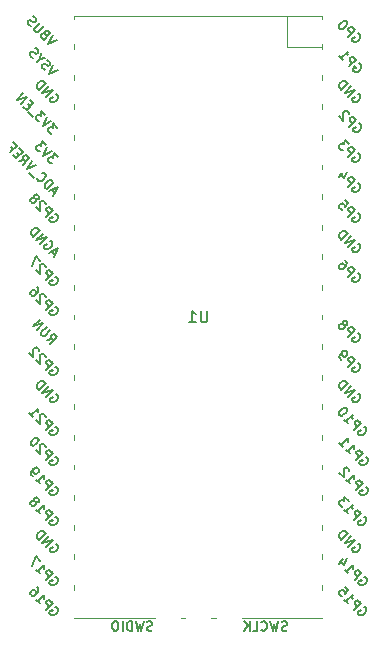
<source format=gbo>
G04 #@! TF.GenerationSoftware,KiCad,Pcbnew,8.0.3*
G04 #@! TF.CreationDate,2024-07-18T12:32:46+02:00*
G04 #@! TF.ProjectId,MFD,4d46442e-6b69-4636-9164-5f7063625858,1.0*
G04 #@! TF.SameCoordinates,Original*
G04 #@! TF.FileFunction,Legend,Bot*
G04 #@! TF.FilePolarity,Positive*
%FSLAX46Y46*%
G04 Gerber Fmt 4.6, Leading zero omitted, Abs format (unit mm)*
G04 Created by KiCad (PCBNEW 8.0.3) date 2024-07-18 12:32:46*
%MOMM*%
%LPD*%
G01*
G04 APERTURE LIST*
%ADD10C,0.150000*%
%ADD11C,0.120000*%
G04 APERTURE END LIST*
D10*
X112261904Y-93954819D02*
X112261904Y-94764342D01*
X112261904Y-94764342D02*
X112214285Y-94859580D01*
X112214285Y-94859580D02*
X112166666Y-94907200D01*
X112166666Y-94907200D02*
X112071428Y-94954819D01*
X112071428Y-94954819D02*
X111880952Y-94954819D01*
X111880952Y-94954819D02*
X111785714Y-94907200D01*
X111785714Y-94907200D02*
X111738095Y-94859580D01*
X111738095Y-94859580D02*
X111690476Y-94764342D01*
X111690476Y-94764342D02*
X111690476Y-93954819D01*
X110690476Y-94954819D02*
X111261904Y-94954819D01*
X110976190Y-94954819D02*
X110976190Y-93954819D01*
X110976190Y-93954819D02*
X111071428Y-94097676D01*
X111071428Y-94097676D02*
X111166666Y-94192914D01*
X111166666Y-94192914D02*
X111261904Y-94240533D01*
X99402001Y-116480868D02*
X99482814Y-116507805D01*
X99482814Y-116507805D02*
X99563626Y-116588618D01*
X99563626Y-116588618D02*
X99617501Y-116696367D01*
X99617501Y-116696367D02*
X99617501Y-116804117D01*
X99617501Y-116804117D02*
X99590563Y-116884929D01*
X99590563Y-116884929D02*
X99509751Y-117019616D01*
X99509751Y-117019616D02*
X99428939Y-117100428D01*
X99428939Y-117100428D02*
X99294252Y-117181241D01*
X99294252Y-117181241D02*
X99213439Y-117208178D01*
X99213439Y-117208178D02*
X99105690Y-117208178D01*
X99105690Y-117208178D02*
X98997940Y-117154303D01*
X98997940Y-117154303D02*
X98944065Y-117100428D01*
X98944065Y-117100428D02*
X98890191Y-116992679D01*
X98890191Y-116992679D02*
X98890191Y-116938804D01*
X98890191Y-116938804D02*
X99078752Y-116750242D01*
X99078752Y-116750242D02*
X99186502Y-116857992D01*
X98593879Y-116750242D02*
X99159565Y-116184557D01*
X99159565Y-116184557D02*
X98944065Y-115969057D01*
X98944065Y-115969057D02*
X98863253Y-115942120D01*
X98863253Y-115942120D02*
X98809378Y-115942120D01*
X98809378Y-115942120D02*
X98728566Y-115969057D01*
X98728566Y-115969057D02*
X98647754Y-116049870D01*
X98647754Y-116049870D02*
X98620817Y-116130682D01*
X98620817Y-116130682D02*
X98620817Y-116184557D01*
X98620817Y-116184557D02*
X98647754Y-116265369D01*
X98647754Y-116265369D02*
X98863253Y-116480868D01*
X97731882Y-115888245D02*
X98055131Y-116211494D01*
X97893507Y-116049870D02*
X98459192Y-115484184D01*
X98459192Y-115484184D02*
X98432255Y-115618871D01*
X98432255Y-115618871D02*
X98432255Y-115726621D01*
X98432255Y-115726621D02*
X98459192Y-115807433D01*
X98109006Y-115133998D02*
X97731882Y-114756874D01*
X97731882Y-114756874D02*
X97408633Y-115564996D01*
X125656001Y-108860868D02*
X125736814Y-108887805D01*
X125736814Y-108887805D02*
X125817626Y-108968618D01*
X125817626Y-108968618D02*
X125871501Y-109076367D01*
X125871501Y-109076367D02*
X125871501Y-109184117D01*
X125871501Y-109184117D02*
X125844563Y-109264929D01*
X125844563Y-109264929D02*
X125763751Y-109399616D01*
X125763751Y-109399616D02*
X125682939Y-109480428D01*
X125682939Y-109480428D02*
X125548252Y-109561241D01*
X125548252Y-109561241D02*
X125467439Y-109588178D01*
X125467439Y-109588178D02*
X125359690Y-109588178D01*
X125359690Y-109588178D02*
X125251940Y-109534303D01*
X125251940Y-109534303D02*
X125198065Y-109480428D01*
X125198065Y-109480428D02*
X125144191Y-109372679D01*
X125144191Y-109372679D02*
X125144191Y-109318804D01*
X125144191Y-109318804D02*
X125332752Y-109130242D01*
X125332752Y-109130242D02*
X125440502Y-109237992D01*
X124847879Y-109130242D02*
X125413565Y-108564557D01*
X125413565Y-108564557D02*
X125198065Y-108349057D01*
X125198065Y-108349057D02*
X125117253Y-108322120D01*
X125117253Y-108322120D02*
X125063378Y-108322120D01*
X125063378Y-108322120D02*
X124982566Y-108349057D01*
X124982566Y-108349057D02*
X124901754Y-108429870D01*
X124901754Y-108429870D02*
X124874817Y-108510682D01*
X124874817Y-108510682D02*
X124874817Y-108564557D01*
X124874817Y-108564557D02*
X124901754Y-108645369D01*
X124901754Y-108645369D02*
X125117253Y-108860868D01*
X123985882Y-108268245D02*
X124309131Y-108591494D01*
X124147507Y-108429870D02*
X124713192Y-107864184D01*
X124713192Y-107864184D02*
X124686255Y-107998871D01*
X124686255Y-107998871D02*
X124686255Y-108106621D01*
X124686255Y-108106621D02*
X124713192Y-108187433D01*
X124282194Y-107540935D02*
X124282194Y-107487060D01*
X124282194Y-107487060D02*
X124255256Y-107406248D01*
X124255256Y-107406248D02*
X124120569Y-107271561D01*
X124120569Y-107271561D02*
X124039757Y-107244624D01*
X124039757Y-107244624D02*
X123985882Y-107244624D01*
X123985882Y-107244624D02*
X123905070Y-107271561D01*
X123905070Y-107271561D02*
X123851195Y-107325436D01*
X123851195Y-107325436D02*
X123797320Y-107433186D01*
X123797320Y-107433186D02*
X123797320Y-108079683D01*
X123797320Y-108079683D02*
X123447134Y-107729497D01*
X125086627Y-78111494D02*
X125167439Y-78138431D01*
X125167439Y-78138431D02*
X125248251Y-78219243D01*
X125248251Y-78219243D02*
X125302126Y-78326993D01*
X125302126Y-78326993D02*
X125302126Y-78434742D01*
X125302126Y-78434742D02*
X125275189Y-78515555D01*
X125275189Y-78515555D02*
X125194376Y-78650242D01*
X125194376Y-78650242D02*
X125113564Y-78731054D01*
X125113564Y-78731054D02*
X124978877Y-78811866D01*
X124978877Y-78811866D02*
X124898065Y-78838803D01*
X124898065Y-78838803D02*
X124790315Y-78838803D01*
X124790315Y-78838803D02*
X124682566Y-78784929D01*
X124682566Y-78784929D02*
X124628691Y-78731054D01*
X124628691Y-78731054D02*
X124574816Y-78623304D01*
X124574816Y-78623304D02*
X124574816Y-78569429D01*
X124574816Y-78569429D02*
X124763378Y-78380868D01*
X124763378Y-78380868D02*
X124871128Y-78488617D01*
X124278505Y-78380868D02*
X124844190Y-77815182D01*
X124844190Y-77815182D02*
X124628691Y-77599683D01*
X124628691Y-77599683D02*
X124547879Y-77572746D01*
X124547879Y-77572746D02*
X124494004Y-77572746D01*
X124494004Y-77572746D02*
X124413192Y-77599683D01*
X124413192Y-77599683D02*
X124332380Y-77680495D01*
X124332380Y-77680495D02*
X124305442Y-77761307D01*
X124305442Y-77761307D02*
X124305442Y-77815182D01*
X124305442Y-77815182D02*
X124332380Y-77895994D01*
X124332380Y-77895994D02*
X124547879Y-78111494D01*
X124251567Y-77330309D02*
X124251567Y-77276434D01*
X124251567Y-77276434D02*
X124224630Y-77195622D01*
X124224630Y-77195622D02*
X124089943Y-77060935D01*
X124089943Y-77060935D02*
X124009131Y-77033998D01*
X124009131Y-77033998D02*
X123955256Y-77033998D01*
X123955256Y-77033998D02*
X123874444Y-77060935D01*
X123874444Y-77060935D02*
X123820569Y-77114810D01*
X123820569Y-77114810D02*
X123766694Y-77222559D01*
X123766694Y-77222559D02*
X123766694Y-77869057D01*
X123766694Y-77869057D02*
X123416508Y-77518871D01*
X99402001Y-111400868D02*
X99482814Y-111427805D01*
X99482814Y-111427805D02*
X99563626Y-111508618D01*
X99563626Y-111508618D02*
X99617501Y-111616367D01*
X99617501Y-111616367D02*
X99617501Y-111724117D01*
X99617501Y-111724117D02*
X99590563Y-111804929D01*
X99590563Y-111804929D02*
X99509751Y-111939616D01*
X99509751Y-111939616D02*
X99428939Y-112020428D01*
X99428939Y-112020428D02*
X99294252Y-112101241D01*
X99294252Y-112101241D02*
X99213439Y-112128178D01*
X99213439Y-112128178D02*
X99105690Y-112128178D01*
X99105690Y-112128178D02*
X98997940Y-112074303D01*
X98997940Y-112074303D02*
X98944065Y-112020428D01*
X98944065Y-112020428D02*
X98890191Y-111912679D01*
X98890191Y-111912679D02*
X98890191Y-111858804D01*
X98890191Y-111858804D02*
X99078752Y-111670242D01*
X99078752Y-111670242D02*
X99186502Y-111777992D01*
X98593879Y-111670242D02*
X99159565Y-111104557D01*
X99159565Y-111104557D02*
X98944065Y-110889057D01*
X98944065Y-110889057D02*
X98863253Y-110862120D01*
X98863253Y-110862120D02*
X98809378Y-110862120D01*
X98809378Y-110862120D02*
X98728566Y-110889057D01*
X98728566Y-110889057D02*
X98647754Y-110969870D01*
X98647754Y-110969870D02*
X98620817Y-111050682D01*
X98620817Y-111050682D02*
X98620817Y-111104557D01*
X98620817Y-111104557D02*
X98647754Y-111185369D01*
X98647754Y-111185369D02*
X98863253Y-111400868D01*
X97731882Y-110808245D02*
X98055131Y-111131494D01*
X97893507Y-110969870D02*
X98459192Y-110404184D01*
X98459192Y-110404184D02*
X98432255Y-110538871D01*
X98432255Y-110538871D02*
X98432255Y-110646621D01*
X98432255Y-110646621D02*
X98459192Y-110727433D01*
X97731882Y-110161747D02*
X97812694Y-110188685D01*
X97812694Y-110188685D02*
X97866569Y-110188685D01*
X97866569Y-110188685D02*
X97947381Y-110161747D01*
X97947381Y-110161747D02*
X97974319Y-110134810D01*
X97974319Y-110134810D02*
X98001256Y-110053998D01*
X98001256Y-110053998D02*
X98001256Y-110000123D01*
X98001256Y-110000123D02*
X97974319Y-109919311D01*
X97974319Y-109919311D02*
X97866569Y-109811561D01*
X97866569Y-109811561D02*
X97785757Y-109784624D01*
X97785757Y-109784624D02*
X97731882Y-109784624D01*
X97731882Y-109784624D02*
X97651070Y-109811561D01*
X97651070Y-109811561D02*
X97624133Y-109838499D01*
X97624133Y-109838499D02*
X97597195Y-109919311D01*
X97597195Y-109919311D02*
X97597195Y-109973186D01*
X97597195Y-109973186D02*
X97624133Y-110053998D01*
X97624133Y-110053998D02*
X97731882Y-110161747D01*
X97731882Y-110161747D02*
X97758820Y-110242560D01*
X97758820Y-110242560D02*
X97758820Y-110296434D01*
X97758820Y-110296434D02*
X97731882Y-110377247D01*
X97731882Y-110377247D02*
X97624133Y-110484996D01*
X97624133Y-110484996D02*
X97543320Y-110511934D01*
X97543320Y-110511934D02*
X97489446Y-110511934D01*
X97489446Y-110511934D02*
X97408633Y-110484996D01*
X97408633Y-110484996D02*
X97300884Y-110377247D01*
X97300884Y-110377247D02*
X97273946Y-110296434D01*
X97273946Y-110296434D02*
X97273946Y-110242560D01*
X97273946Y-110242560D02*
X97300884Y-110161747D01*
X97300884Y-110161747D02*
X97408633Y-110053998D01*
X97408633Y-110053998D02*
X97489446Y-110027060D01*
X97489446Y-110027060D02*
X97543320Y-110027060D01*
X97543320Y-110027060D02*
X97624133Y-110053998D01*
X124986627Y-80651494D02*
X125067439Y-80678431D01*
X125067439Y-80678431D02*
X125148251Y-80759243D01*
X125148251Y-80759243D02*
X125202126Y-80866993D01*
X125202126Y-80866993D02*
X125202126Y-80974742D01*
X125202126Y-80974742D02*
X125175189Y-81055555D01*
X125175189Y-81055555D02*
X125094376Y-81190242D01*
X125094376Y-81190242D02*
X125013564Y-81271054D01*
X125013564Y-81271054D02*
X124878877Y-81351866D01*
X124878877Y-81351866D02*
X124798065Y-81378803D01*
X124798065Y-81378803D02*
X124690315Y-81378803D01*
X124690315Y-81378803D02*
X124582566Y-81324929D01*
X124582566Y-81324929D02*
X124528691Y-81271054D01*
X124528691Y-81271054D02*
X124474816Y-81163304D01*
X124474816Y-81163304D02*
X124474816Y-81109429D01*
X124474816Y-81109429D02*
X124663378Y-80920868D01*
X124663378Y-80920868D02*
X124771128Y-81028617D01*
X124178505Y-80920868D02*
X124744190Y-80355182D01*
X124744190Y-80355182D02*
X124528691Y-80139683D01*
X124528691Y-80139683D02*
X124447879Y-80112746D01*
X124447879Y-80112746D02*
X124394004Y-80112746D01*
X124394004Y-80112746D02*
X124313192Y-80139683D01*
X124313192Y-80139683D02*
X124232380Y-80220495D01*
X124232380Y-80220495D02*
X124205442Y-80301307D01*
X124205442Y-80301307D02*
X124205442Y-80355182D01*
X124205442Y-80355182D02*
X124232380Y-80435994D01*
X124232380Y-80435994D02*
X124447879Y-80651494D01*
X124232380Y-79843372D02*
X123882193Y-79493185D01*
X123882193Y-79493185D02*
X123855256Y-79897246D01*
X123855256Y-79897246D02*
X123774444Y-79816434D01*
X123774444Y-79816434D02*
X123693632Y-79789497D01*
X123693632Y-79789497D02*
X123639757Y-79789497D01*
X123639757Y-79789497D02*
X123558945Y-79816434D01*
X123558945Y-79816434D02*
X123424258Y-79951121D01*
X123424258Y-79951121D02*
X123397320Y-80031933D01*
X123397320Y-80031933D02*
X123397320Y-80085808D01*
X123397320Y-80085808D02*
X123424258Y-80166620D01*
X123424258Y-80166620D02*
X123585882Y-80328245D01*
X123585882Y-80328245D02*
X123666694Y-80355182D01*
X123666694Y-80355182D02*
X123720569Y-80355182D01*
X99402001Y-119020868D02*
X99482814Y-119047805D01*
X99482814Y-119047805D02*
X99563626Y-119128618D01*
X99563626Y-119128618D02*
X99617501Y-119236367D01*
X99617501Y-119236367D02*
X99617501Y-119344117D01*
X99617501Y-119344117D02*
X99590563Y-119424929D01*
X99590563Y-119424929D02*
X99509751Y-119559616D01*
X99509751Y-119559616D02*
X99428939Y-119640428D01*
X99428939Y-119640428D02*
X99294252Y-119721241D01*
X99294252Y-119721241D02*
X99213439Y-119748178D01*
X99213439Y-119748178D02*
X99105690Y-119748178D01*
X99105690Y-119748178D02*
X98997940Y-119694303D01*
X98997940Y-119694303D02*
X98944065Y-119640428D01*
X98944065Y-119640428D02*
X98890191Y-119532679D01*
X98890191Y-119532679D02*
X98890191Y-119478804D01*
X98890191Y-119478804D02*
X99078752Y-119290242D01*
X99078752Y-119290242D02*
X99186502Y-119397992D01*
X98593879Y-119290242D02*
X99159565Y-118724557D01*
X99159565Y-118724557D02*
X98944065Y-118509057D01*
X98944065Y-118509057D02*
X98863253Y-118482120D01*
X98863253Y-118482120D02*
X98809378Y-118482120D01*
X98809378Y-118482120D02*
X98728566Y-118509057D01*
X98728566Y-118509057D02*
X98647754Y-118589870D01*
X98647754Y-118589870D02*
X98620817Y-118670682D01*
X98620817Y-118670682D02*
X98620817Y-118724557D01*
X98620817Y-118724557D02*
X98647754Y-118805369D01*
X98647754Y-118805369D02*
X98863253Y-119020868D01*
X97731882Y-118428245D02*
X98055131Y-118751494D01*
X97893507Y-118589870D02*
X98459192Y-118024184D01*
X98459192Y-118024184D02*
X98432255Y-118158871D01*
X98432255Y-118158871D02*
X98432255Y-118266621D01*
X98432255Y-118266621D02*
X98459192Y-118347433D01*
X97812694Y-117377686D02*
X97920444Y-117485436D01*
X97920444Y-117485436D02*
X97947381Y-117566248D01*
X97947381Y-117566248D02*
X97947381Y-117620123D01*
X97947381Y-117620123D02*
X97920444Y-117754810D01*
X97920444Y-117754810D02*
X97839632Y-117889497D01*
X97839632Y-117889497D02*
X97624133Y-118104996D01*
X97624133Y-118104996D02*
X97543320Y-118131934D01*
X97543320Y-118131934D02*
X97489446Y-118131934D01*
X97489446Y-118131934D02*
X97408633Y-118104996D01*
X97408633Y-118104996D02*
X97300884Y-117997247D01*
X97300884Y-117997247D02*
X97273946Y-117916434D01*
X97273946Y-117916434D02*
X97273946Y-117862560D01*
X97273946Y-117862560D02*
X97300884Y-117781747D01*
X97300884Y-117781747D02*
X97435571Y-117647060D01*
X97435571Y-117647060D02*
X97516383Y-117620123D01*
X97516383Y-117620123D02*
X97570258Y-117620123D01*
X97570258Y-117620123D02*
X97651070Y-117647060D01*
X97651070Y-117647060D02*
X97758820Y-117754810D01*
X97758820Y-117754810D02*
X97785757Y-117835622D01*
X97785757Y-117835622D02*
X97785757Y-117889497D01*
X97785757Y-117889497D02*
X97758820Y-117970309D01*
X124986627Y-95891494D02*
X125067439Y-95918431D01*
X125067439Y-95918431D02*
X125148251Y-95999243D01*
X125148251Y-95999243D02*
X125202126Y-96106993D01*
X125202126Y-96106993D02*
X125202126Y-96214742D01*
X125202126Y-96214742D02*
X125175189Y-96295555D01*
X125175189Y-96295555D02*
X125094376Y-96430242D01*
X125094376Y-96430242D02*
X125013564Y-96511054D01*
X125013564Y-96511054D02*
X124878877Y-96591866D01*
X124878877Y-96591866D02*
X124798065Y-96618803D01*
X124798065Y-96618803D02*
X124690315Y-96618803D01*
X124690315Y-96618803D02*
X124582566Y-96564929D01*
X124582566Y-96564929D02*
X124528691Y-96511054D01*
X124528691Y-96511054D02*
X124474816Y-96403304D01*
X124474816Y-96403304D02*
X124474816Y-96349429D01*
X124474816Y-96349429D02*
X124663378Y-96160868D01*
X124663378Y-96160868D02*
X124771128Y-96268617D01*
X124178505Y-96160868D02*
X124744190Y-95595182D01*
X124744190Y-95595182D02*
X124528691Y-95379683D01*
X124528691Y-95379683D02*
X124447879Y-95352746D01*
X124447879Y-95352746D02*
X124394004Y-95352746D01*
X124394004Y-95352746D02*
X124313192Y-95379683D01*
X124313192Y-95379683D02*
X124232380Y-95460495D01*
X124232380Y-95460495D02*
X124205442Y-95541307D01*
X124205442Y-95541307D02*
X124205442Y-95595182D01*
X124205442Y-95595182D02*
X124232380Y-95675994D01*
X124232380Y-95675994D02*
X124447879Y-95891494D01*
X123855256Y-95191121D02*
X123936068Y-95218059D01*
X123936068Y-95218059D02*
X123989943Y-95218059D01*
X123989943Y-95218059D02*
X124070755Y-95191121D01*
X124070755Y-95191121D02*
X124097693Y-95164184D01*
X124097693Y-95164184D02*
X124124630Y-95083372D01*
X124124630Y-95083372D02*
X124124630Y-95029497D01*
X124124630Y-95029497D02*
X124097693Y-94948685D01*
X124097693Y-94948685D02*
X123989943Y-94840935D01*
X123989943Y-94840935D02*
X123909131Y-94813998D01*
X123909131Y-94813998D02*
X123855256Y-94813998D01*
X123855256Y-94813998D02*
X123774444Y-94840935D01*
X123774444Y-94840935D02*
X123747506Y-94867872D01*
X123747506Y-94867872D02*
X123720569Y-94948685D01*
X123720569Y-94948685D02*
X123720569Y-95002559D01*
X123720569Y-95002559D02*
X123747506Y-95083372D01*
X123747506Y-95083372D02*
X123855256Y-95191121D01*
X123855256Y-95191121D02*
X123882193Y-95271933D01*
X123882193Y-95271933D02*
X123882193Y-95325808D01*
X123882193Y-95325808D02*
X123855256Y-95406620D01*
X123855256Y-95406620D02*
X123747506Y-95514370D01*
X123747506Y-95514370D02*
X123666694Y-95541307D01*
X123666694Y-95541307D02*
X123612819Y-95541307D01*
X123612819Y-95541307D02*
X123532007Y-95514370D01*
X123532007Y-95514370D02*
X123424258Y-95406620D01*
X123424258Y-95406620D02*
X123397320Y-95325808D01*
X123397320Y-95325808D02*
X123397320Y-95271933D01*
X123397320Y-95271933D02*
X123424258Y-95191121D01*
X123424258Y-95191121D02*
X123532007Y-95083372D01*
X123532007Y-95083372D02*
X123612819Y-95056434D01*
X123612819Y-95056434D02*
X123666694Y-95056434D01*
X123666694Y-95056434D02*
X123747506Y-95083372D01*
X99402001Y-108860868D02*
X99482814Y-108887805D01*
X99482814Y-108887805D02*
X99563626Y-108968618D01*
X99563626Y-108968618D02*
X99617501Y-109076367D01*
X99617501Y-109076367D02*
X99617501Y-109184117D01*
X99617501Y-109184117D02*
X99590563Y-109264929D01*
X99590563Y-109264929D02*
X99509751Y-109399616D01*
X99509751Y-109399616D02*
X99428939Y-109480428D01*
X99428939Y-109480428D02*
X99294252Y-109561241D01*
X99294252Y-109561241D02*
X99213439Y-109588178D01*
X99213439Y-109588178D02*
X99105690Y-109588178D01*
X99105690Y-109588178D02*
X98997940Y-109534303D01*
X98997940Y-109534303D02*
X98944065Y-109480428D01*
X98944065Y-109480428D02*
X98890191Y-109372679D01*
X98890191Y-109372679D02*
X98890191Y-109318804D01*
X98890191Y-109318804D02*
X99078752Y-109130242D01*
X99078752Y-109130242D02*
X99186502Y-109237992D01*
X98593879Y-109130242D02*
X99159565Y-108564557D01*
X99159565Y-108564557D02*
X98944065Y-108349057D01*
X98944065Y-108349057D02*
X98863253Y-108322120D01*
X98863253Y-108322120D02*
X98809378Y-108322120D01*
X98809378Y-108322120D02*
X98728566Y-108349057D01*
X98728566Y-108349057D02*
X98647754Y-108429870D01*
X98647754Y-108429870D02*
X98620817Y-108510682D01*
X98620817Y-108510682D02*
X98620817Y-108564557D01*
X98620817Y-108564557D02*
X98647754Y-108645369D01*
X98647754Y-108645369D02*
X98863253Y-108860868D01*
X97731882Y-108268245D02*
X98055131Y-108591494D01*
X97893507Y-108429870D02*
X98459192Y-107864184D01*
X98459192Y-107864184D02*
X98432255Y-107998871D01*
X98432255Y-107998871D02*
X98432255Y-108106621D01*
X98432255Y-108106621D02*
X98459192Y-108187433D01*
X97462508Y-107998871D02*
X97354759Y-107891121D01*
X97354759Y-107891121D02*
X97327821Y-107810309D01*
X97327821Y-107810309D02*
X97327821Y-107756434D01*
X97327821Y-107756434D02*
X97354759Y-107621747D01*
X97354759Y-107621747D02*
X97435571Y-107487060D01*
X97435571Y-107487060D02*
X97651070Y-107271561D01*
X97651070Y-107271561D02*
X97731882Y-107244624D01*
X97731882Y-107244624D02*
X97785757Y-107244624D01*
X97785757Y-107244624D02*
X97866569Y-107271561D01*
X97866569Y-107271561D02*
X97974319Y-107379311D01*
X97974319Y-107379311D02*
X98001256Y-107460123D01*
X98001256Y-107460123D02*
X98001256Y-107513998D01*
X98001256Y-107513998D02*
X97974319Y-107594810D01*
X97974319Y-107594810D02*
X97839632Y-107729497D01*
X97839632Y-107729497D02*
X97758820Y-107756434D01*
X97758820Y-107756434D02*
X97704945Y-107756434D01*
X97704945Y-107756434D02*
X97624133Y-107729497D01*
X97624133Y-107729497D02*
X97516383Y-107621747D01*
X97516383Y-107621747D02*
X97489446Y-107540935D01*
X97489446Y-107540935D02*
X97489446Y-107487060D01*
X97489446Y-107487060D02*
X97516383Y-107406248D01*
X125013564Y-88298431D02*
X125094376Y-88325368D01*
X125094376Y-88325368D02*
X125175188Y-88406180D01*
X125175188Y-88406180D02*
X125229063Y-88513930D01*
X125229063Y-88513930D02*
X125229063Y-88621680D01*
X125229063Y-88621680D02*
X125202126Y-88702492D01*
X125202126Y-88702492D02*
X125121314Y-88837179D01*
X125121314Y-88837179D02*
X125040501Y-88917991D01*
X125040501Y-88917991D02*
X124905814Y-88998803D01*
X124905814Y-88998803D02*
X124825002Y-89025741D01*
X124825002Y-89025741D02*
X124717253Y-89025741D01*
X124717253Y-89025741D02*
X124609503Y-88971866D01*
X124609503Y-88971866D02*
X124555628Y-88917991D01*
X124555628Y-88917991D02*
X124501753Y-88810241D01*
X124501753Y-88810241D02*
X124501753Y-88756367D01*
X124501753Y-88756367D02*
X124690315Y-88567805D01*
X124690315Y-88567805D02*
X124798065Y-88675554D01*
X124205442Y-88567805D02*
X124771127Y-88002119D01*
X124771127Y-88002119D02*
X123882193Y-88244556D01*
X123882193Y-88244556D02*
X124447879Y-87678871D01*
X123612819Y-87975182D02*
X124178505Y-87409497D01*
X124178505Y-87409497D02*
X124043818Y-87274810D01*
X124043818Y-87274810D02*
X123936068Y-87220935D01*
X123936068Y-87220935D02*
X123828319Y-87220935D01*
X123828319Y-87220935D02*
X123747506Y-87247872D01*
X123747506Y-87247872D02*
X123612819Y-87328685D01*
X123612819Y-87328685D02*
X123532007Y-87409497D01*
X123532007Y-87409497D02*
X123451195Y-87544184D01*
X123451195Y-87544184D02*
X123424258Y-87624996D01*
X123424258Y-87624996D02*
X123424258Y-87732746D01*
X123424258Y-87732746D02*
X123478132Y-87840495D01*
X123478132Y-87840495D02*
X123612819Y-87975182D01*
X99413564Y-100998431D02*
X99494376Y-101025368D01*
X99494376Y-101025368D02*
X99575188Y-101106180D01*
X99575188Y-101106180D02*
X99629063Y-101213930D01*
X99629063Y-101213930D02*
X99629063Y-101321680D01*
X99629063Y-101321680D02*
X99602126Y-101402492D01*
X99602126Y-101402492D02*
X99521314Y-101537179D01*
X99521314Y-101537179D02*
X99440501Y-101617991D01*
X99440501Y-101617991D02*
X99305814Y-101698803D01*
X99305814Y-101698803D02*
X99225002Y-101725741D01*
X99225002Y-101725741D02*
X99117253Y-101725741D01*
X99117253Y-101725741D02*
X99009503Y-101671866D01*
X99009503Y-101671866D02*
X98955628Y-101617991D01*
X98955628Y-101617991D02*
X98901753Y-101510241D01*
X98901753Y-101510241D02*
X98901753Y-101456367D01*
X98901753Y-101456367D02*
X99090315Y-101267805D01*
X99090315Y-101267805D02*
X99198065Y-101375554D01*
X98605442Y-101267805D02*
X99171127Y-100702119D01*
X99171127Y-100702119D02*
X98282193Y-100944556D01*
X98282193Y-100944556D02*
X98847879Y-100378871D01*
X98012819Y-100675182D02*
X98578505Y-100109497D01*
X98578505Y-100109497D02*
X98443818Y-99974810D01*
X98443818Y-99974810D02*
X98336068Y-99920935D01*
X98336068Y-99920935D02*
X98228319Y-99920935D01*
X98228319Y-99920935D02*
X98147506Y-99947872D01*
X98147506Y-99947872D02*
X98012819Y-100028685D01*
X98012819Y-100028685D02*
X97932007Y-100109497D01*
X97932007Y-100109497D02*
X97851195Y-100244184D01*
X97851195Y-100244184D02*
X97824258Y-100324996D01*
X97824258Y-100324996D02*
X97824258Y-100432746D01*
X97824258Y-100432746D02*
X97878132Y-100540495D01*
X97878132Y-100540495D02*
X98012819Y-100675182D01*
X125510001Y-103780868D02*
X125590814Y-103807805D01*
X125590814Y-103807805D02*
X125671626Y-103888618D01*
X125671626Y-103888618D02*
X125725501Y-103996367D01*
X125725501Y-103996367D02*
X125725501Y-104104117D01*
X125725501Y-104104117D02*
X125698563Y-104184929D01*
X125698563Y-104184929D02*
X125617751Y-104319616D01*
X125617751Y-104319616D02*
X125536939Y-104400428D01*
X125536939Y-104400428D02*
X125402252Y-104481241D01*
X125402252Y-104481241D02*
X125321439Y-104508178D01*
X125321439Y-104508178D02*
X125213690Y-104508178D01*
X125213690Y-104508178D02*
X125105940Y-104454303D01*
X125105940Y-104454303D02*
X125052065Y-104400428D01*
X125052065Y-104400428D02*
X124998191Y-104292679D01*
X124998191Y-104292679D02*
X124998191Y-104238804D01*
X124998191Y-104238804D02*
X125186752Y-104050242D01*
X125186752Y-104050242D02*
X125294502Y-104157992D01*
X124701879Y-104050242D02*
X125267565Y-103484557D01*
X125267565Y-103484557D02*
X125052065Y-103269057D01*
X125052065Y-103269057D02*
X124971253Y-103242120D01*
X124971253Y-103242120D02*
X124917378Y-103242120D01*
X124917378Y-103242120D02*
X124836566Y-103269057D01*
X124836566Y-103269057D02*
X124755754Y-103349870D01*
X124755754Y-103349870D02*
X124728817Y-103430682D01*
X124728817Y-103430682D02*
X124728817Y-103484557D01*
X124728817Y-103484557D02*
X124755754Y-103565369D01*
X124755754Y-103565369D02*
X124971253Y-103780868D01*
X123839882Y-103188245D02*
X124163131Y-103511494D01*
X124001507Y-103349870D02*
X124567192Y-102784184D01*
X124567192Y-102784184D02*
X124540255Y-102918871D01*
X124540255Y-102918871D02*
X124540255Y-103026621D01*
X124540255Y-103026621D02*
X124567192Y-103107433D01*
X124055381Y-102272373D02*
X124001507Y-102218499D01*
X124001507Y-102218499D02*
X123920694Y-102191561D01*
X123920694Y-102191561D02*
X123866820Y-102191561D01*
X123866820Y-102191561D02*
X123786007Y-102218499D01*
X123786007Y-102218499D02*
X123651320Y-102299311D01*
X123651320Y-102299311D02*
X123516633Y-102433998D01*
X123516633Y-102433998D02*
X123435821Y-102568685D01*
X123435821Y-102568685D02*
X123408884Y-102649497D01*
X123408884Y-102649497D02*
X123408884Y-102703372D01*
X123408884Y-102703372D02*
X123435821Y-102784184D01*
X123435821Y-102784184D02*
X123489696Y-102838059D01*
X123489696Y-102838059D02*
X123570508Y-102864996D01*
X123570508Y-102864996D02*
X123624383Y-102864996D01*
X123624383Y-102864996D02*
X123705195Y-102838059D01*
X123705195Y-102838059D02*
X123839882Y-102757247D01*
X123839882Y-102757247D02*
X123974569Y-102622560D01*
X123974569Y-102622560D02*
X124055381Y-102487873D01*
X124055381Y-102487873D02*
X124082319Y-102407060D01*
X124082319Y-102407060D02*
X124082319Y-102353186D01*
X124082319Y-102353186D02*
X124055381Y-102272373D01*
X125013564Y-75598431D02*
X125094376Y-75625368D01*
X125094376Y-75625368D02*
X125175188Y-75706180D01*
X125175188Y-75706180D02*
X125229063Y-75813930D01*
X125229063Y-75813930D02*
X125229063Y-75921680D01*
X125229063Y-75921680D02*
X125202126Y-76002492D01*
X125202126Y-76002492D02*
X125121314Y-76137179D01*
X125121314Y-76137179D02*
X125040501Y-76217991D01*
X125040501Y-76217991D02*
X124905814Y-76298803D01*
X124905814Y-76298803D02*
X124825002Y-76325741D01*
X124825002Y-76325741D02*
X124717253Y-76325741D01*
X124717253Y-76325741D02*
X124609503Y-76271866D01*
X124609503Y-76271866D02*
X124555628Y-76217991D01*
X124555628Y-76217991D02*
X124501753Y-76110241D01*
X124501753Y-76110241D02*
X124501753Y-76056367D01*
X124501753Y-76056367D02*
X124690315Y-75867805D01*
X124690315Y-75867805D02*
X124798065Y-75975554D01*
X124205442Y-75867805D02*
X124771127Y-75302119D01*
X124771127Y-75302119D02*
X123882193Y-75544556D01*
X123882193Y-75544556D02*
X124447879Y-74978871D01*
X123612819Y-75275182D02*
X124178505Y-74709497D01*
X124178505Y-74709497D02*
X124043818Y-74574810D01*
X124043818Y-74574810D02*
X123936068Y-74520935D01*
X123936068Y-74520935D02*
X123828319Y-74520935D01*
X123828319Y-74520935D02*
X123747506Y-74547872D01*
X123747506Y-74547872D02*
X123612819Y-74628685D01*
X123612819Y-74628685D02*
X123532007Y-74709497D01*
X123532007Y-74709497D02*
X123451195Y-74844184D01*
X123451195Y-74844184D02*
X123424258Y-74924996D01*
X123424258Y-74924996D02*
X123424258Y-75032746D01*
X123424258Y-75032746D02*
X123478132Y-75140495D01*
X123478132Y-75140495D02*
X123612819Y-75275182D01*
X125013564Y-100998431D02*
X125094376Y-101025368D01*
X125094376Y-101025368D02*
X125175188Y-101106180D01*
X125175188Y-101106180D02*
X125229063Y-101213930D01*
X125229063Y-101213930D02*
X125229063Y-101321680D01*
X125229063Y-101321680D02*
X125202126Y-101402492D01*
X125202126Y-101402492D02*
X125121314Y-101537179D01*
X125121314Y-101537179D02*
X125040501Y-101617991D01*
X125040501Y-101617991D02*
X124905814Y-101698803D01*
X124905814Y-101698803D02*
X124825002Y-101725741D01*
X124825002Y-101725741D02*
X124717253Y-101725741D01*
X124717253Y-101725741D02*
X124609503Y-101671866D01*
X124609503Y-101671866D02*
X124555628Y-101617991D01*
X124555628Y-101617991D02*
X124501753Y-101510241D01*
X124501753Y-101510241D02*
X124501753Y-101456367D01*
X124501753Y-101456367D02*
X124690315Y-101267805D01*
X124690315Y-101267805D02*
X124798065Y-101375554D01*
X124205442Y-101267805D02*
X124771127Y-100702119D01*
X124771127Y-100702119D02*
X123882193Y-100944556D01*
X123882193Y-100944556D02*
X124447879Y-100378871D01*
X123612819Y-100675182D02*
X124178505Y-100109497D01*
X124178505Y-100109497D02*
X124043818Y-99974810D01*
X124043818Y-99974810D02*
X123936068Y-99920935D01*
X123936068Y-99920935D02*
X123828319Y-99920935D01*
X123828319Y-99920935D02*
X123747506Y-99947872D01*
X123747506Y-99947872D02*
X123612819Y-100028685D01*
X123612819Y-100028685D02*
X123532007Y-100109497D01*
X123532007Y-100109497D02*
X123451195Y-100244184D01*
X123451195Y-100244184D02*
X123424258Y-100324996D01*
X123424258Y-100324996D02*
X123424258Y-100432746D01*
X123424258Y-100432746D02*
X123478132Y-100540495D01*
X123478132Y-100540495D02*
X123612819Y-100675182D01*
X125510001Y-119020868D02*
X125590814Y-119047805D01*
X125590814Y-119047805D02*
X125671626Y-119128618D01*
X125671626Y-119128618D02*
X125725501Y-119236367D01*
X125725501Y-119236367D02*
X125725501Y-119344117D01*
X125725501Y-119344117D02*
X125698563Y-119424929D01*
X125698563Y-119424929D02*
X125617751Y-119559616D01*
X125617751Y-119559616D02*
X125536939Y-119640428D01*
X125536939Y-119640428D02*
X125402252Y-119721241D01*
X125402252Y-119721241D02*
X125321439Y-119748178D01*
X125321439Y-119748178D02*
X125213690Y-119748178D01*
X125213690Y-119748178D02*
X125105940Y-119694303D01*
X125105940Y-119694303D02*
X125052065Y-119640428D01*
X125052065Y-119640428D02*
X124998191Y-119532679D01*
X124998191Y-119532679D02*
X124998191Y-119478804D01*
X124998191Y-119478804D02*
X125186752Y-119290242D01*
X125186752Y-119290242D02*
X125294502Y-119397992D01*
X124701879Y-119290242D02*
X125267565Y-118724557D01*
X125267565Y-118724557D02*
X125052065Y-118509057D01*
X125052065Y-118509057D02*
X124971253Y-118482120D01*
X124971253Y-118482120D02*
X124917378Y-118482120D01*
X124917378Y-118482120D02*
X124836566Y-118509057D01*
X124836566Y-118509057D02*
X124755754Y-118589870D01*
X124755754Y-118589870D02*
X124728817Y-118670682D01*
X124728817Y-118670682D02*
X124728817Y-118724557D01*
X124728817Y-118724557D02*
X124755754Y-118805369D01*
X124755754Y-118805369D02*
X124971253Y-119020868D01*
X123839882Y-118428245D02*
X124163131Y-118751494D01*
X124001507Y-118589870D02*
X124567192Y-118024184D01*
X124567192Y-118024184D02*
X124540255Y-118158871D01*
X124540255Y-118158871D02*
X124540255Y-118266621D01*
X124540255Y-118266621D02*
X124567192Y-118347433D01*
X123893757Y-117350749D02*
X124163131Y-117620123D01*
X124163131Y-117620123D02*
X123920694Y-117916434D01*
X123920694Y-117916434D02*
X123920694Y-117862560D01*
X123920694Y-117862560D02*
X123893757Y-117781747D01*
X123893757Y-117781747D02*
X123759070Y-117647060D01*
X123759070Y-117647060D02*
X123678258Y-117620123D01*
X123678258Y-117620123D02*
X123624383Y-117620123D01*
X123624383Y-117620123D02*
X123543571Y-117647060D01*
X123543571Y-117647060D02*
X123408884Y-117781747D01*
X123408884Y-117781747D02*
X123381946Y-117862560D01*
X123381946Y-117862560D02*
X123381946Y-117916434D01*
X123381946Y-117916434D02*
X123408884Y-117997247D01*
X123408884Y-117997247D02*
X123543571Y-118131934D01*
X123543571Y-118131934D02*
X123624383Y-118158871D01*
X123624383Y-118158871D02*
X123678258Y-118158871D01*
X119009524Y-121024200D02*
X118895238Y-121062295D01*
X118895238Y-121062295D02*
X118704762Y-121062295D01*
X118704762Y-121062295D02*
X118628571Y-121024200D01*
X118628571Y-121024200D02*
X118590476Y-120986104D01*
X118590476Y-120986104D02*
X118552381Y-120909914D01*
X118552381Y-120909914D02*
X118552381Y-120833723D01*
X118552381Y-120833723D02*
X118590476Y-120757533D01*
X118590476Y-120757533D02*
X118628571Y-120719438D01*
X118628571Y-120719438D02*
X118704762Y-120681342D01*
X118704762Y-120681342D02*
X118857143Y-120643247D01*
X118857143Y-120643247D02*
X118933333Y-120605152D01*
X118933333Y-120605152D02*
X118971428Y-120567057D01*
X118971428Y-120567057D02*
X119009524Y-120490866D01*
X119009524Y-120490866D02*
X119009524Y-120414676D01*
X119009524Y-120414676D02*
X118971428Y-120338485D01*
X118971428Y-120338485D02*
X118933333Y-120300390D01*
X118933333Y-120300390D02*
X118857143Y-120262295D01*
X118857143Y-120262295D02*
X118666666Y-120262295D01*
X118666666Y-120262295D02*
X118552381Y-120300390D01*
X118285714Y-120262295D02*
X118095238Y-121062295D01*
X118095238Y-121062295D02*
X117942857Y-120490866D01*
X117942857Y-120490866D02*
X117790476Y-121062295D01*
X117790476Y-121062295D02*
X117600000Y-120262295D01*
X116838094Y-120986104D02*
X116876190Y-121024200D01*
X116876190Y-121024200D02*
X116990475Y-121062295D01*
X116990475Y-121062295D02*
X117066666Y-121062295D01*
X117066666Y-121062295D02*
X117180952Y-121024200D01*
X117180952Y-121024200D02*
X117257142Y-120948009D01*
X117257142Y-120948009D02*
X117295237Y-120871819D01*
X117295237Y-120871819D02*
X117333333Y-120719438D01*
X117333333Y-120719438D02*
X117333333Y-120605152D01*
X117333333Y-120605152D02*
X117295237Y-120452771D01*
X117295237Y-120452771D02*
X117257142Y-120376580D01*
X117257142Y-120376580D02*
X117180952Y-120300390D01*
X117180952Y-120300390D02*
X117066666Y-120262295D01*
X117066666Y-120262295D02*
X116990475Y-120262295D01*
X116990475Y-120262295D02*
X116876190Y-120300390D01*
X116876190Y-120300390D02*
X116838094Y-120338485D01*
X116114285Y-121062295D02*
X116495237Y-121062295D01*
X116495237Y-121062295D02*
X116495237Y-120262295D01*
X115847618Y-121062295D02*
X115847618Y-120262295D01*
X115390475Y-121062295D02*
X115733333Y-120605152D01*
X115390475Y-120262295D02*
X115847618Y-120719438D01*
X99413564Y-113698431D02*
X99494376Y-113725368D01*
X99494376Y-113725368D02*
X99575188Y-113806180D01*
X99575188Y-113806180D02*
X99629063Y-113913930D01*
X99629063Y-113913930D02*
X99629063Y-114021680D01*
X99629063Y-114021680D02*
X99602126Y-114102492D01*
X99602126Y-114102492D02*
X99521314Y-114237179D01*
X99521314Y-114237179D02*
X99440501Y-114317991D01*
X99440501Y-114317991D02*
X99305814Y-114398803D01*
X99305814Y-114398803D02*
X99225002Y-114425741D01*
X99225002Y-114425741D02*
X99117253Y-114425741D01*
X99117253Y-114425741D02*
X99009503Y-114371866D01*
X99009503Y-114371866D02*
X98955628Y-114317991D01*
X98955628Y-114317991D02*
X98901753Y-114210241D01*
X98901753Y-114210241D02*
X98901753Y-114156367D01*
X98901753Y-114156367D02*
X99090315Y-113967805D01*
X99090315Y-113967805D02*
X99198065Y-114075554D01*
X98605442Y-113967805D02*
X99171127Y-113402119D01*
X99171127Y-113402119D02*
X98282193Y-113644556D01*
X98282193Y-113644556D02*
X98847879Y-113078871D01*
X98012819Y-113375182D02*
X98578505Y-112809497D01*
X98578505Y-112809497D02*
X98443818Y-112674810D01*
X98443818Y-112674810D02*
X98336068Y-112620935D01*
X98336068Y-112620935D02*
X98228319Y-112620935D01*
X98228319Y-112620935D02*
X98147506Y-112647872D01*
X98147506Y-112647872D02*
X98012819Y-112728685D01*
X98012819Y-112728685D02*
X97932007Y-112809497D01*
X97932007Y-112809497D02*
X97851195Y-112944184D01*
X97851195Y-112944184D02*
X97824258Y-113024996D01*
X97824258Y-113024996D02*
X97824258Y-113132746D01*
X97824258Y-113132746D02*
X97878132Y-113240495D01*
X97878132Y-113240495D02*
X98012819Y-113375182D01*
X99348126Y-89241240D02*
X99078752Y-88971866D01*
X99240376Y-89456739D02*
X99617500Y-88702492D01*
X99617500Y-88702492D02*
X98863253Y-89079615D01*
X98917128Y-88055994D02*
X98997940Y-88082932D01*
X98997940Y-88082932D02*
X99078752Y-88163744D01*
X99078752Y-88163744D02*
X99132627Y-88271494D01*
X99132627Y-88271494D02*
X99132627Y-88379243D01*
X99132627Y-88379243D02*
X99105689Y-88460055D01*
X99105689Y-88460055D02*
X99024877Y-88594742D01*
X99024877Y-88594742D02*
X98944065Y-88675555D01*
X98944065Y-88675555D02*
X98809378Y-88756367D01*
X98809378Y-88756367D02*
X98728566Y-88783304D01*
X98728566Y-88783304D02*
X98620816Y-88783304D01*
X98620816Y-88783304D02*
X98513067Y-88729429D01*
X98513067Y-88729429D02*
X98459192Y-88675555D01*
X98459192Y-88675555D02*
X98405317Y-88567805D01*
X98405317Y-88567805D02*
X98405317Y-88513930D01*
X98405317Y-88513930D02*
X98593879Y-88325368D01*
X98593879Y-88325368D02*
X98701628Y-88433118D01*
X98109006Y-88325368D02*
X98674691Y-87759683D01*
X98674691Y-87759683D02*
X97785757Y-88002120D01*
X97785757Y-88002120D02*
X98351442Y-87436434D01*
X97516383Y-87732746D02*
X98082068Y-87167060D01*
X98082068Y-87167060D02*
X97947381Y-87032373D01*
X97947381Y-87032373D02*
X97839632Y-86978498D01*
X97839632Y-86978498D02*
X97731882Y-86978498D01*
X97731882Y-86978498D02*
X97651070Y-87005436D01*
X97651070Y-87005436D02*
X97516383Y-87086248D01*
X97516383Y-87086248D02*
X97435571Y-87167060D01*
X97435571Y-87167060D02*
X97354758Y-87301747D01*
X97354758Y-87301747D02*
X97327821Y-87382560D01*
X97327821Y-87382560D02*
X97327821Y-87490309D01*
X97327821Y-87490309D02*
X97381696Y-87598059D01*
X97381696Y-87598059D02*
X97516383Y-87732746D01*
X99402001Y-106320868D02*
X99482814Y-106347805D01*
X99482814Y-106347805D02*
X99563626Y-106428618D01*
X99563626Y-106428618D02*
X99617501Y-106536367D01*
X99617501Y-106536367D02*
X99617501Y-106644117D01*
X99617501Y-106644117D02*
X99590563Y-106724929D01*
X99590563Y-106724929D02*
X99509751Y-106859616D01*
X99509751Y-106859616D02*
X99428939Y-106940428D01*
X99428939Y-106940428D02*
X99294252Y-107021241D01*
X99294252Y-107021241D02*
X99213439Y-107048178D01*
X99213439Y-107048178D02*
X99105690Y-107048178D01*
X99105690Y-107048178D02*
X98997940Y-106994303D01*
X98997940Y-106994303D02*
X98944065Y-106940428D01*
X98944065Y-106940428D02*
X98890191Y-106832679D01*
X98890191Y-106832679D02*
X98890191Y-106778804D01*
X98890191Y-106778804D02*
X99078752Y-106590242D01*
X99078752Y-106590242D02*
X99186502Y-106697992D01*
X98593879Y-106590242D02*
X99159565Y-106024557D01*
X99159565Y-106024557D02*
X98944065Y-105809057D01*
X98944065Y-105809057D02*
X98863253Y-105782120D01*
X98863253Y-105782120D02*
X98809378Y-105782120D01*
X98809378Y-105782120D02*
X98728566Y-105809057D01*
X98728566Y-105809057D02*
X98647754Y-105889870D01*
X98647754Y-105889870D02*
X98620817Y-105970682D01*
X98620817Y-105970682D02*
X98620817Y-106024557D01*
X98620817Y-106024557D02*
X98647754Y-106105369D01*
X98647754Y-106105369D02*
X98863253Y-106320868D01*
X98566942Y-105539683D02*
X98566942Y-105485809D01*
X98566942Y-105485809D02*
X98540004Y-105404996D01*
X98540004Y-105404996D02*
X98405317Y-105270309D01*
X98405317Y-105270309D02*
X98324505Y-105243372D01*
X98324505Y-105243372D02*
X98270630Y-105243372D01*
X98270630Y-105243372D02*
X98189818Y-105270309D01*
X98189818Y-105270309D02*
X98135943Y-105324184D01*
X98135943Y-105324184D02*
X98082069Y-105431934D01*
X98082069Y-105431934D02*
X98082069Y-106078431D01*
X98082069Y-106078431D02*
X97731882Y-105728245D01*
X97947381Y-104812373D02*
X97893507Y-104758499D01*
X97893507Y-104758499D02*
X97812694Y-104731561D01*
X97812694Y-104731561D02*
X97758820Y-104731561D01*
X97758820Y-104731561D02*
X97678007Y-104758499D01*
X97678007Y-104758499D02*
X97543320Y-104839311D01*
X97543320Y-104839311D02*
X97408633Y-104973998D01*
X97408633Y-104973998D02*
X97327821Y-105108685D01*
X97327821Y-105108685D02*
X97300884Y-105189497D01*
X97300884Y-105189497D02*
X97300884Y-105243372D01*
X97300884Y-105243372D02*
X97327821Y-105324184D01*
X97327821Y-105324184D02*
X97381696Y-105378059D01*
X97381696Y-105378059D02*
X97462508Y-105404996D01*
X97462508Y-105404996D02*
X97516383Y-105404996D01*
X97516383Y-105404996D02*
X97597195Y-105378059D01*
X97597195Y-105378059D02*
X97731882Y-105297247D01*
X97731882Y-105297247D02*
X97866569Y-105162560D01*
X97866569Y-105162560D02*
X97947381Y-105027873D01*
X97947381Y-105027873D02*
X97974319Y-104947060D01*
X97974319Y-104947060D02*
X97974319Y-104893186D01*
X97974319Y-104893186D02*
X97947381Y-104812373D01*
X125510001Y-111400868D02*
X125590814Y-111427805D01*
X125590814Y-111427805D02*
X125671626Y-111508618D01*
X125671626Y-111508618D02*
X125725501Y-111616367D01*
X125725501Y-111616367D02*
X125725501Y-111724117D01*
X125725501Y-111724117D02*
X125698563Y-111804929D01*
X125698563Y-111804929D02*
X125617751Y-111939616D01*
X125617751Y-111939616D02*
X125536939Y-112020428D01*
X125536939Y-112020428D02*
X125402252Y-112101241D01*
X125402252Y-112101241D02*
X125321439Y-112128178D01*
X125321439Y-112128178D02*
X125213690Y-112128178D01*
X125213690Y-112128178D02*
X125105940Y-112074303D01*
X125105940Y-112074303D02*
X125052065Y-112020428D01*
X125052065Y-112020428D02*
X124998191Y-111912679D01*
X124998191Y-111912679D02*
X124998191Y-111858804D01*
X124998191Y-111858804D02*
X125186752Y-111670242D01*
X125186752Y-111670242D02*
X125294502Y-111777992D01*
X124701879Y-111670242D02*
X125267565Y-111104557D01*
X125267565Y-111104557D02*
X125052065Y-110889057D01*
X125052065Y-110889057D02*
X124971253Y-110862120D01*
X124971253Y-110862120D02*
X124917378Y-110862120D01*
X124917378Y-110862120D02*
X124836566Y-110889057D01*
X124836566Y-110889057D02*
X124755754Y-110969870D01*
X124755754Y-110969870D02*
X124728817Y-111050682D01*
X124728817Y-111050682D02*
X124728817Y-111104557D01*
X124728817Y-111104557D02*
X124755754Y-111185369D01*
X124755754Y-111185369D02*
X124971253Y-111400868D01*
X123839882Y-110808245D02*
X124163131Y-111131494D01*
X124001507Y-110969870D02*
X124567192Y-110404184D01*
X124567192Y-110404184D02*
X124540255Y-110538871D01*
X124540255Y-110538871D02*
X124540255Y-110646621D01*
X124540255Y-110646621D02*
X124567192Y-110727433D01*
X124217006Y-110053998D02*
X123866820Y-109703812D01*
X123866820Y-109703812D02*
X123839882Y-110107873D01*
X123839882Y-110107873D02*
X123759070Y-110027060D01*
X123759070Y-110027060D02*
X123678258Y-110000123D01*
X123678258Y-110000123D02*
X123624383Y-110000123D01*
X123624383Y-110000123D02*
X123543571Y-110027060D01*
X123543571Y-110027060D02*
X123408884Y-110161747D01*
X123408884Y-110161747D02*
X123381946Y-110242560D01*
X123381946Y-110242560D02*
X123381946Y-110296434D01*
X123381946Y-110296434D02*
X123408884Y-110377247D01*
X123408884Y-110377247D02*
X123570508Y-110538871D01*
X123570508Y-110538871D02*
X123651320Y-110565808D01*
X123651320Y-110565808D02*
X123705195Y-110565808D01*
X99402001Y-93620868D02*
X99482814Y-93647805D01*
X99482814Y-93647805D02*
X99563626Y-93728618D01*
X99563626Y-93728618D02*
X99617501Y-93836367D01*
X99617501Y-93836367D02*
X99617501Y-93944117D01*
X99617501Y-93944117D02*
X99590563Y-94024929D01*
X99590563Y-94024929D02*
X99509751Y-94159616D01*
X99509751Y-94159616D02*
X99428939Y-94240428D01*
X99428939Y-94240428D02*
X99294252Y-94321241D01*
X99294252Y-94321241D02*
X99213439Y-94348178D01*
X99213439Y-94348178D02*
X99105690Y-94348178D01*
X99105690Y-94348178D02*
X98997940Y-94294303D01*
X98997940Y-94294303D02*
X98944065Y-94240428D01*
X98944065Y-94240428D02*
X98890191Y-94132679D01*
X98890191Y-94132679D02*
X98890191Y-94078804D01*
X98890191Y-94078804D02*
X99078752Y-93890242D01*
X99078752Y-93890242D02*
X99186502Y-93997992D01*
X98593879Y-93890242D02*
X99159565Y-93324557D01*
X99159565Y-93324557D02*
X98944065Y-93109057D01*
X98944065Y-93109057D02*
X98863253Y-93082120D01*
X98863253Y-93082120D02*
X98809378Y-93082120D01*
X98809378Y-93082120D02*
X98728566Y-93109057D01*
X98728566Y-93109057D02*
X98647754Y-93189870D01*
X98647754Y-93189870D02*
X98620817Y-93270682D01*
X98620817Y-93270682D02*
X98620817Y-93324557D01*
X98620817Y-93324557D02*
X98647754Y-93405369D01*
X98647754Y-93405369D02*
X98863253Y-93620868D01*
X98566942Y-92839683D02*
X98566942Y-92785809D01*
X98566942Y-92785809D02*
X98540004Y-92704996D01*
X98540004Y-92704996D02*
X98405317Y-92570309D01*
X98405317Y-92570309D02*
X98324505Y-92543372D01*
X98324505Y-92543372D02*
X98270630Y-92543372D01*
X98270630Y-92543372D02*
X98189818Y-92570309D01*
X98189818Y-92570309D02*
X98135943Y-92624184D01*
X98135943Y-92624184D02*
X98082069Y-92731934D01*
X98082069Y-92731934D02*
X98082069Y-93378431D01*
X98082069Y-93378431D02*
X97731882Y-93028245D01*
X97812694Y-91977686D02*
X97920444Y-92085436D01*
X97920444Y-92085436D02*
X97947381Y-92166248D01*
X97947381Y-92166248D02*
X97947381Y-92220123D01*
X97947381Y-92220123D02*
X97920444Y-92354810D01*
X97920444Y-92354810D02*
X97839632Y-92489497D01*
X97839632Y-92489497D02*
X97624133Y-92704996D01*
X97624133Y-92704996D02*
X97543320Y-92731934D01*
X97543320Y-92731934D02*
X97489446Y-92731934D01*
X97489446Y-92731934D02*
X97408633Y-92704996D01*
X97408633Y-92704996D02*
X97300884Y-92597247D01*
X97300884Y-92597247D02*
X97273946Y-92516434D01*
X97273946Y-92516434D02*
X97273946Y-92462560D01*
X97273946Y-92462560D02*
X97300884Y-92381747D01*
X97300884Y-92381747D02*
X97435571Y-92247060D01*
X97435571Y-92247060D02*
X97516383Y-92220123D01*
X97516383Y-92220123D02*
X97570258Y-92220123D01*
X97570258Y-92220123D02*
X97651070Y-92247060D01*
X97651070Y-92247060D02*
X97758820Y-92354810D01*
X97758820Y-92354810D02*
X97785757Y-92435622D01*
X97785757Y-92435622D02*
X97785757Y-92489497D01*
X97785757Y-92489497D02*
X97758820Y-92570309D01*
X99344935Y-84034049D02*
X99075561Y-83764675D01*
X99237186Y-84249549D02*
X99614309Y-83495301D01*
X99614309Y-83495301D02*
X98860062Y-83872425D01*
X98671500Y-83683863D02*
X99237186Y-83118178D01*
X99237186Y-83118178D02*
X99102499Y-82983491D01*
X99102499Y-82983491D02*
X98994749Y-82929616D01*
X98994749Y-82929616D02*
X98887000Y-82929616D01*
X98887000Y-82929616D02*
X98806187Y-82956553D01*
X98806187Y-82956553D02*
X98671500Y-83037366D01*
X98671500Y-83037366D02*
X98590688Y-83118178D01*
X98590688Y-83118178D02*
X98509876Y-83252865D01*
X98509876Y-83252865D02*
X98482939Y-83333677D01*
X98482939Y-83333677D02*
X98482939Y-83441427D01*
X98482939Y-83441427D02*
X98536813Y-83549176D01*
X98536813Y-83549176D02*
X98671500Y-83683863D01*
X97836441Y-82741054D02*
X97836441Y-82794929D01*
X97836441Y-82794929D02*
X97890316Y-82902679D01*
X97890316Y-82902679D02*
X97944191Y-82956553D01*
X97944191Y-82956553D02*
X98051940Y-83010428D01*
X98051940Y-83010428D02*
X98159690Y-83010428D01*
X98159690Y-83010428D02*
X98240502Y-82983491D01*
X98240502Y-82983491D02*
X98375189Y-82902679D01*
X98375189Y-82902679D02*
X98456001Y-82821866D01*
X98456001Y-82821866D02*
X98536813Y-82687179D01*
X98536813Y-82687179D02*
X98563751Y-82606367D01*
X98563751Y-82606367D02*
X98563751Y-82498618D01*
X98563751Y-82498618D02*
X98509876Y-82390868D01*
X98509876Y-82390868D02*
X98456001Y-82336993D01*
X98456001Y-82336993D02*
X98348252Y-82283118D01*
X98348252Y-82283118D02*
X98294377Y-82283118D01*
X97620942Y-82741054D02*
X97189943Y-82310056D01*
X97755629Y-81636621D02*
X97001381Y-82013744D01*
X97001381Y-82013744D02*
X97378505Y-81259497D01*
X96301009Y-81313372D02*
X96758945Y-81232560D01*
X96624258Y-81636621D02*
X97189943Y-81070935D01*
X97189943Y-81070935D02*
X96974444Y-80855436D01*
X96974444Y-80855436D02*
X96893632Y-80828499D01*
X96893632Y-80828499D02*
X96839757Y-80828499D01*
X96839757Y-80828499D02*
X96758945Y-80855436D01*
X96758945Y-80855436D02*
X96678133Y-80936248D01*
X96678133Y-80936248D02*
X96651195Y-81017061D01*
X96651195Y-81017061D02*
X96651195Y-81070935D01*
X96651195Y-81070935D02*
X96678133Y-81151748D01*
X96678133Y-81151748D02*
X96893632Y-81367247D01*
X96354884Y-80774624D02*
X96166322Y-80586062D01*
X95789199Y-80801561D02*
X96058573Y-81070935D01*
X96058573Y-81070935D02*
X96624258Y-80505250D01*
X96624258Y-80505250D02*
X96354884Y-80235876D01*
X95654511Y-80074251D02*
X95843073Y-80262813D01*
X95546762Y-80559125D02*
X96112447Y-79993439D01*
X96112447Y-79993439D02*
X95843073Y-79724065D01*
X99402001Y-103790868D02*
X99482814Y-103817805D01*
X99482814Y-103817805D02*
X99563626Y-103898618D01*
X99563626Y-103898618D02*
X99617501Y-104006367D01*
X99617501Y-104006367D02*
X99617501Y-104114117D01*
X99617501Y-104114117D02*
X99590563Y-104194929D01*
X99590563Y-104194929D02*
X99509751Y-104329616D01*
X99509751Y-104329616D02*
X99428939Y-104410428D01*
X99428939Y-104410428D02*
X99294252Y-104491241D01*
X99294252Y-104491241D02*
X99213439Y-104518178D01*
X99213439Y-104518178D02*
X99105690Y-104518178D01*
X99105690Y-104518178D02*
X98997940Y-104464303D01*
X98997940Y-104464303D02*
X98944065Y-104410428D01*
X98944065Y-104410428D02*
X98890191Y-104302679D01*
X98890191Y-104302679D02*
X98890191Y-104248804D01*
X98890191Y-104248804D02*
X99078752Y-104060242D01*
X99078752Y-104060242D02*
X99186502Y-104167992D01*
X98593879Y-104060242D02*
X99159565Y-103494557D01*
X99159565Y-103494557D02*
X98944065Y-103279057D01*
X98944065Y-103279057D02*
X98863253Y-103252120D01*
X98863253Y-103252120D02*
X98809378Y-103252120D01*
X98809378Y-103252120D02*
X98728566Y-103279057D01*
X98728566Y-103279057D02*
X98647754Y-103359870D01*
X98647754Y-103359870D02*
X98620817Y-103440682D01*
X98620817Y-103440682D02*
X98620817Y-103494557D01*
X98620817Y-103494557D02*
X98647754Y-103575369D01*
X98647754Y-103575369D02*
X98863253Y-103790868D01*
X98566942Y-103009683D02*
X98566942Y-102955809D01*
X98566942Y-102955809D02*
X98540004Y-102874996D01*
X98540004Y-102874996D02*
X98405317Y-102740309D01*
X98405317Y-102740309D02*
X98324505Y-102713372D01*
X98324505Y-102713372D02*
X98270630Y-102713372D01*
X98270630Y-102713372D02*
X98189818Y-102740309D01*
X98189818Y-102740309D02*
X98135943Y-102794184D01*
X98135943Y-102794184D02*
X98082069Y-102901934D01*
X98082069Y-102901934D02*
X98082069Y-103548431D01*
X98082069Y-103548431D02*
X97731882Y-103198245D01*
X97193134Y-102659497D02*
X97516383Y-102982746D01*
X97354759Y-102821121D02*
X97920444Y-102255436D01*
X97920444Y-102255436D02*
X97893507Y-102390123D01*
X97893507Y-102390123D02*
X97893507Y-102497873D01*
X97893507Y-102497873D02*
X97920444Y-102578685D01*
X99413564Y-75598431D02*
X99494376Y-75625368D01*
X99494376Y-75625368D02*
X99575188Y-75706180D01*
X99575188Y-75706180D02*
X99629063Y-75813930D01*
X99629063Y-75813930D02*
X99629063Y-75921680D01*
X99629063Y-75921680D02*
X99602126Y-76002492D01*
X99602126Y-76002492D02*
X99521314Y-76137179D01*
X99521314Y-76137179D02*
X99440501Y-76217991D01*
X99440501Y-76217991D02*
X99305814Y-76298803D01*
X99305814Y-76298803D02*
X99225002Y-76325741D01*
X99225002Y-76325741D02*
X99117253Y-76325741D01*
X99117253Y-76325741D02*
X99009503Y-76271866D01*
X99009503Y-76271866D02*
X98955628Y-76217991D01*
X98955628Y-76217991D02*
X98901753Y-76110241D01*
X98901753Y-76110241D02*
X98901753Y-76056367D01*
X98901753Y-76056367D02*
X99090315Y-75867805D01*
X99090315Y-75867805D02*
X99198065Y-75975554D01*
X98605442Y-75867805D02*
X99171127Y-75302119D01*
X99171127Y-75302119D02*
X98282193Y-75544556D01*
X98282193Y-75544556D02*
X98847879Y-74978871D01*
X98012819Y-75275182D02*
X98578505Y-74709497D01*
X98578505Y-74709497D02*
X98443818Y-74574810D01*
X98443818Y-74574810D02*
X98336068Y-74520935D01*
X98336068Y-74520935D02*
X98228319Y-74520935D01*
X98228319Y-74520935D02*
X98147506Y-74547872D01*
X98147506Y-74547872D02*
X98012819Y-74628685D01*
X98012819Y-74628685D02*
X97932007Y-74709497D01*
X97932007Y-74709497D02*
X97851195Y-74844184D01*
X97851195Y-74844184D02*
X97824258Y-74924996D01*
X97824258Y-74924996D02*
X97824258Y-75032746D01*
X97824258Y-75032746D02*
X97878132Y-75140495D01*
X97878132Y-75140495D02*
X98012819Y-75275182D01*
X99402001Y-91090868D02*
X99482814Y-91117805D01*
X99482814Y-91117805D02*
X99563626Y-91198618D01*
X99563626Y-91198618D02*
X99617501Y-91306367D01*
X99617501Y-91306367D02*
X99617501Y-91414117D01*
X99617501Y-91414117D02*
X99590563Y-91494929D01*
X99590563Y-91494929D02*
X99509751Y-91629616D01*
X99509751Y-91629616D02*
X99428939Y-91710428D01*
X99428939Y-91710428D02*
X99294252Y-91791241D01*
X99294252Y-91791241D02*
X99213439Y-91818178D01*
X99213439Y-91818178D02*
X99105690Y-91818178D01*
X99105690Y-91818178D02*
X98997940Y-91764303D01*
X98997940Y-91764303D02*
X98944065Y-91710428D01*
X98944065Y-91710428D02*
X98890191Y-91602679D01*
X98890191Y-91602679D02*
X98890191Y-91548804D01*
X98890191Y-91548804D02*
X99078752Y-91360242D01*
X99078752Y-91360242D02*
X99186502Y-91467992D01*
X98593879Y-91360242D02*
X99159565Y-90794557D01*
X99159565Y-90794557D02*
X98944065Y-90579057D01*
X98944065Y-90579057D02*
X98863253Y-90552120D01*
X98863253Y-90552120D02*
X98809378Y-90552120D01*
X98809378Y-90552120D02*
X98728566Y-90579057D01*
X98728566Y-90579057D02*
X98647754Y-90659870D01*
X98647754Y-90659870D02*
X98620817Y-90740682D01*
X98620817Y-90740682D02*
X98620817Y-90794557D01*
X98620817Y-90794557D02*
X98647754Y-90875369D01*
X98647754Y-90875369D02*
X98863253Y-91090868D01*
X98566942Y-90309683D02*
X98566942Y-90255809D01*
X98566942Y-90255809D02*
X98540004Y-90174996D01*
X98540004Y-90174996D02*
X98405317Y-90040309D01*
X98405317Y-90040309D02*
X98324505Y-90013372D01*
X98324505Y-90013372D02*
X98270630Y-90013372D01*
X98270630Y-90013372D02*
X98189818Y-90040309D01*
X98189818Y-90040309D02*
X98135943Y-90094184D01*
X98135943Y-90094184D02*
X98082069Y-90201934D01*
X98082069Y-90201934D02*
X98082069Y-90848431D01*
X98082069Y-90848431D02*
X97731882Y-90498245D01*
X98109006Y-89743998D02*
X97731882Y-89366874D01*
X97731882Y-89366874D02*
X97408633Y-90174996D01*
X99402001Y-85746868D02*
X99482814Y-85773805D01*
X99482814Y-85773805D02*
X99563626Y-85854618D01*
X99563626Y-85854618D02*
X99617501Y-85962367D01*
X99617501Y-85962367D02*
X99617501Y-86070117D01*
X99617501Y-86070117D02*
X99590563Y-86150929D01*
X99590563Y-86150929D02*
X99509751Y-86285616D01*
X99509751Y-86285616D02*
X99428939Y-86366428D01*
X99428939Y-86366428D02*
X99294252Y-86447241D01*
X99294252Y-86447241D02*
X99213439Y-86474178D01*
X99213439Y-86474178D02*
X99105690Y-86474178D01*
X99105690Y-86474178D02*
X98997940Y-86420303D01*
X98997940Y-86420303D02*
X98944065Y-86366428D01*
X98944065Y-86366428D02*
X98890191Y-86258679D01*
X98890191Y-86258679D02*
X98890191Y-86204804D01*
X98890191Y-86204804D02*
X99078752Y-86016242D01*
X99078752Y-86016242D02*
X99186502Y-86123992D01*
X98593879Y-86016242D02*
X99159565Y-85450557D01*
X99159565Y-85450557D02*
X98944065Y-85235057D01*
X98944065Y-85235057D02*
X98863253Y-85208120D01*
X98863253Y-85208120D02*
X98809378Y-85208120D01*
X98809378Y-85208120D02*
X98728566Y-85235057D01*
X98728566Y-85235057D02*
X98647754Y-85315870D01*
X98647754Y-85315870D02*
X98620817Y-85396682D01*
X98620817Y-85396682D02*
X98620817Y-85450557D01*
X98620817Y-85450557D02*
X98647754Y-85531369D01*
X98647754Y-85531369D02*
X98863253Y-85746868D01*
X98566942Y-84965683D02*
X98566942Y-84911809D01*
X98566942Y-84911809D02*
X98540004Y-84830996D01*
X98540004Y-84830996D02*
X98405317Y-84696309D01*
X98405317Y-84696309D02*
X98324505Y-84669372D01*
X98324505Y-84669372D02*
X98270630Y-84669372D01*
X98270630Y-84669372D02*
X98189818Y-84696309D01*
X98189818Y-84696309D02*
X98135943Y-84750184D01*
X98135943Y-84750184D02*
X98082069Y-84857934D01*
X98082069Y-84857934D02*
X98082069Y-85504431D01*
X98082069Y-85504431D02*
X97731882Y-85154245D01*
X97731882Y-84507747D02*
X97812694Y-84534685D01*
X97812694Y-84534685D02*
X97866569Y-84534685D01*
X97866569Y-84534685D02*
X97947381Y-84507747D01*
X97947381Y-84507747D02*
X97974319Y-84480810D01*
X97974319Y-84480810D02*
X98001256Y-84399998D01*
X98001256Y-84399998D02*
X98001256Y-84346123D01*
X98001256Y-84346123D02*
X97974319Y-84265311D01*
X97974319Y-84265311D02*
X97866569Y-84157561D01*
X97866569Y-84157561D02*
X97785757Y-84130624D01*
X97785757Y-84130624D02*
X97731882Y-84130624D01*
X97731882Y-84130624D02*
X97651070Y-84157561D01*
X97651070Y-84157561D02*
X97624133Y-84184499D01*
X97624133Y-84184499D02*
X97597195Y-84265311D01*
X97597195Y-84265311D02*
X97597195Y-84319186D01*
X97597195Y-84319186D02*
X97624133Y-84399998D01*
X97624133Y-84399998D02*
X97731882Y-84507747D01*
X97731882Y-84507747D02*
X97758820Y-84588560D01*
X97758820Y-84588560D02*
X97758820Y-84642434D01*
X97758820Y-84642434D02*
X97731882Y-84723247D01*
X97731882Y-84723247D02*
X97624133Y-84830996D01*
X97624133Y-84830996D02*
X97543320Y-84857934D01*
X97543320Y-84857934D02*
X97489446Y-84857934D01*
X97489446Y-84857934D02*
X97408633Y-84830996D01*
X97408633Y-84830996D02*
X97300884Y-84723247D01*
X97300884Y-84723247D02*
X97273946Y-84642434D01*
X97273946Y-84642434D02*
X97273946Y-84588560D01*
X97273946Y-84588560D02*
X97300884Y-84507747D01*
X97300884Y-84507747D02*
X97408633Y-84399998D01*
X97408633Y-84399998D02*
X97489446Y-84373060D01*
X97489446Y-84373060D02*
X97543320Y-84373060D01*
X97543320Y-84373060D02*
X97624133Y-84399998D01*
X107595238Y-121024200D02*
X107480952Y-121062295D01*
X107480952Y-121062295D02*
X107290476Y-121062295D01*
X107290476Y-121062295D02*
X107214285Y-121024200D01*
X107214285Y-121024200D02*
X107176190Y-120986104D01*
X107176190Y-120986104D02*
X107138095Y-120909914D01*
X107138095Y-120909914D02*
X107138095Y-120833723D01*
X107138095Y-120833723D02*
X107176190Y-120757533D01*
X107176190Y-120757533D02*
X107214285Y-120719438D01*
X107214285Y-120719438D02*
X107290476Y-120681342D01*
X107290476Y-120681342D02*
X107442857Y-120643247D01*
X107442857Y-120643247D02*
X107519047Y-120605152D01*
X107519047Y-120605152D02*
X107557142Y-120567057D01*
X107557142Y-120567057D02*
X107595238Y-120490866D01*
X107595238Y-120490866D02*
X107595238Y-120414676D01*
X107595238Y-120414676D02*
X107557142Y-120338485D01*
X107557142Y-120338485D02*
X107519047Y-120300390D01*
X107519047Y-120300390D02*
X107442857Y-120262295D01*
X107442857Y-120262295D02*
X107252380Y-120262295D01*
X107252380Y-120262295D02*
X107138095Y-120300390D01*
X106871428Y-120262295D02*
X106680952Y-121062295D01*
X106680952Y-121062295D02*
X106528571Y-120490866D01*
X106528571Y-120490866D02*
X106376190Y-121062295D01*
X106376190Y-121062295D02*
X106185714Y-120262295D01*
X105880951Y-121062295D02*
X105880951Y-120262295D01*
X105880951Y-120262295D02*
X105690475Y-120262295D01*
X105690475Y-120262295D02*
X105576189Y-120300390D01*
X105576189Y-120300390D02*
X105499999Y-120376580D01*
X105499999Y-120376580D02*
X105461904Y-120452771D01*
X105461904Y-120452771D02*
X105423808Y-120605152D01*
X105423808Y-120605152D02*
X105423808Y-120719438D01*
X105423808Y-120719438D02*
X105461904Y-120871819D01*
X105461904Y-120871819D02*
X105499999Y-120948009D01*
X105499999Y-120948009D02*
X105576189Y-121024200D01*
X105576189Y-121024200D02*
X105690475Y-121062295D01*
X105690475Y-121062295D02*
X105880951Y-121062295D01*
X105080951Y-121062295D02*
X105080951Y-120262295D01*
X104547618Y-120262295D02*
X104395237Y-120262295D01*
X104395237Y-120262295D02*
X104319047Y-120300390D01*
X104319047Y-120300390D02*
X104242856Y-120376580D01*
X104242856Y-120376580D02*
X104204761Y-120528961D01*
X104204761Y-120528961D02*
X104204761Y-120795628D01*
X104204761Y-120795628D02*
X104242856Y-120948009D01*
X104242856Y-120948009D02*
X104319047Y-121024200D01*
X104319047Y-121024200D02*
X104395237Y-121062295D01*
X104395237Y-121062295D02*
X104547618Y-121062295D01*
X104547618Y-121062295D02*
X104623809Y-121024200D01*
X104623809Y-121024200D02*
X104699999Y-120948009D01*
X104699999Y-120948009D02*
X104738095Y-120795628D01*
X104738095Y-120795628D02*
X104738095Y-120528961D01*
X104738095Y-120528961D02*
X104699999Y-120376580D01*
X104699999Y-120376580D02*
X104623809Y-120300390D01*
X104623809Y-120300390D02*
X104547618Y-120262295D01*
X124986627Y-70491494D02*
X125067439Y-70518431D01*
X125067439Y-70518431D02*
X125148251Y-70599243D01*
X125148251Y-70599243D02*
X125202126Y-70706993D01*
X125202126Y-70706993D02*
X125202126Y-70814742D01*
X125202126Y-70814742D02*
X125175189Y-70895555D01*
X125175189Y-70895555D02*
X125094376Y-71030242D01*
X125094376Y-71030242D02*
X125013564Y-71111054D01*
X125013564Y-71111054D02*
X124878877Y-71191866D01*
X124878877Y-71191866D02*
X124798065Y-71218803D01*
X124798065Y-71218803D02*
X124690315Y-71218803D01*
X124690315Y-71218803D02*
X124582566Y-71164929D01*
X124582566Y-71164929D02*
X124528691Y-71111054D01*
X124528691Y-71111054D02*
X124474816Y-71003304D01*
X124474816Y-71003304D02*
X124474816Y-70949429D01*
X124474816Y-70949429D02*
X124663378Y-70760868D01*
X124663378Y-70760868D02*
X124771128Y-70868617D01*
X124178505Y-70760868D02*
X124744190Y-70195182D01*
X124744190Y-70195182D02*
X124528691Y-69979683D01*
X124528691Y-69979683D02*
X124447879Y-69952746D01*
X124447879Y-69952746D02*
X124394004Y-69952746D01*
X124394004Y-69952746D02*
X124313192Y-69979683D01*
X124313192Y-69979683D02*
X124232380Y-70060495D01*
X124232380Y-70060495D02*
X124205442Y-70141307D01*
X124205442Y-70141307D02*
X124205442Y-70195182D01*
X124205442Y-70195182D02*
X124232380Y-70275994D01*
X124232380Y-70275994D02*
X124447879Y-70491494D01*
X124070755Y-69521747D02*
X124016880Y-69467872D01*
X124016880Y-69467872D02*
X123936068Y-69440935D01*
X123936068Y-69440935D02*
X123882193Y-69440935D01*
X123882193Y-69440935D02*
X123801381Y-69467872D01*
X123801381Y-69467872D02*
X123666694Y-69548685D01*
X123666694Y-69548685D02*
X123532007Y-69683372D01*
X123532007Y-69683372D02*
X123451195Y-69818059D01*
X123451195Y-69818059D02*
X123424258Y-69898871D01*
X123424258Y-69898871D02*
X123424258Y-69952746D01*
X123424258Y-69952746D02*
X123451195Y-70033558D01*
X123451195Y-70033558D02*
X123505070Y-70087433D01*
X123505070Y-70087433D02*
X123585882Y-70114370D01*
X123585882Y-70114370D02*
X123639757Y-70114370D01*
X123639757Y-70114370D02*
X123720569Y-70087433D01*
X123720569Y-70087433D02*
X123855256Y-70006620D01*
X123855256Y-70006620D02*
X123989943Y-69871933D01*
X123989943Y-69871933D02*
X124070755Y-69737246D01*
X124070755Y-69737246D02*
X124097693Y-69656434D01*
X124097693Y-69656434D02*
X124097693Y-69602559D01*
X124097693Y-69602559D02*
X124070755Y-69521747D01*
X124986627Y-83191494D02*
X125067439Y-83218431D01*
X125067439Y-83218431D02*
X125148251Y-83299243D01*
X125148251Y-83299243D02*
X125202126Y-83406993D01*
X125202126Y-83406993D02*
X125202126Y-83514742D01*
X125202126Y-83514742D02*
X125175189Y-83595555D01*
X125175189Y-83595555D02*
X125094376Y-83730242D01*
X125094376Y-83730242D02*
X125013564Y-83811054D01*
X125013564Y-83811054D02*
X124878877Y-83891866D01*
X124878877Y-83891866D02*
X124798065Y-83918803D01*
X124798065Y-83918803D02*
X124690315Y-83918803D01*
X124690315Y-83918803D02*
X124582566Y-83864929D01*
X124582566Y-83864929D02*
X124528691Y-83811054D01*
X124528691Y-83811054D02*
X124474816Y-83703304D01*
X124474816Y-83703304D02*
X124474816Y-83649429D01*
X124474816Y-83649429D02*
X124663378Y-83460868D01*
X124663378Y-83460868D02*
X124771128Y-83568617D01*
X124178505Y-83460868D02*
X124744190Y-82895182D01*
X124744190Y-82895182D02*
X124528691Y-82679683D01*
X124528691Y-82679683D02*
X124447879Y-82652746D01*
X124447879Y-82652746D02*
X124394004Y-82652746D01*
X124394004Y-82652746D02*
X124313192Y-82679683D01*
X124313192Y-82679683D02*
X124232380Y-82760495D01*
X124232380Y-82760495D02*
X124205442Y-82841307D01*
X124205442Y-82841307D02*
X124205442Y-82895182D01*
X124205442Y-82895182D02*
X124232380Y-82975994D01*
X124232380Y-82975994D02*
X124447879Y-83191494D01*
X123747506Y-82275622D02*
X123370383Y-82652746D01*
X124097693Y-82194810D02*
X123828319Y-82733558D01*
X123828319Y-82733558D02*
X123478132Y-82383372D01*
X125013564Y-113698431D02*
X125094376Y-113725368D01*
X125094376Y-113725368D02*
X125175188Y-113806180D01*
X125175188Y-113806180D02*
X125229063Y-113913930D01*
X125229063Y-113913930D02*
X125229063Y-114021680D01*
X125229063Y-114021680D02*
X125202126Y-114102492D01*
X125202126Y-114102492D02*
X125121314Y-114237179D01*
X125121314Y-114237179D02*
X125040501Y-114317991D01*
X125040501Y-114317991D02*
X124905814Y-114398803D01*
X124905814Y-114398803D02*
X124825002Y-114425741D01*
X124825002Y-114425741D02*
X124717253Y-114425741D01*
X124717253Y-114425741D02*
X124609503Y-114371866D01*
X124609503Y-114371866D02*
X124555628Y-114317991D01*
X124555628Y-114317991D02*
X124501753Y-114210241D01*
X124501753Y-114210241D02*
X124501753Y-114156367D01*
X124501753Y-114156367D02*
X124690315Y-113967805D01*
X124690315Y-113967805D02*
X124798065Y-114075554D01*
X124205442Y-113967805D02*
X124771127Y-113402119D01*
X124771127Y-113402119D02*
X123882193Y-113644556D01*
X123882193Y-113644556D02*
X124447879Y-113078871D01*
X123612819Y-113375182D02*
X124178505Y-112809497D01*
X124178505Y-112809497D02*
X124043818Y-112674810D01*
X124043818Y-112674810D02*
X123936068Y-112620935D01*
X123936068Y-112620935D02*
X123828319Y-112620935D01*
X123828319Y-112620935D02*
X123747506Y-112647872D01*
X123747506Y-112647872D02*
X123612819Y-112728685D01*
X123612819Y-112728685D02*
X123532007Y-112809497D01*
X123532007Y-112809497D02*
X123451195Y-112944184D01*
X123451195Y-112944184D02*
X123424258Y-113024996D01*
X123424258Y-113024996D02*
X123424258Y-113132746D01*
X123424258Y-113132746D02*
X123478132Y-113240495D01*
X123478132Y-113240495D02*
X123612819Y-113375182D01*
X99577592Y-78458584D02*
X99227406Y-78108398D01*
X99227406Y-78108398D02*
X99200468Y-78512459D01*
X99200468Y-78512459D02*
X99119656Y-78431646D01*
X99119656Y-78431646D02*
X99038844Y-78404709D01*
X99038844Y-78404709D02*
X98984969Y-78404709D01*
X98984969Y-78404709D02*
X98904157Y-78431646D01*
X98904157Y-78431646D02*
X98769470Y-78566333D01*
X98769470Y-78566333D02*
X98742532Y-78647146D01*
X98742532Y-78647146D02*
X98742532Y-78701020D01*
X98742532Y-78701020D02*
X98769470Y-78781833D01*
X98769470Y-78781833D02*
X98931094Y-78943457D01*
X98931094Y-78943457D02*
X99011906Y-78970394D01*
X99011906Y-78970394D02*
X99065781Y-78970394D01*
X99065781Y-77946773D02*
X98311534Y-78323897D01*
X98311534Y-78323897D02*
X98688657Y-77569649D01*
X98553971Y-77434963D02*
X98203784Y-77084776D01*
X98203784Y-77084776D02*
X98176847Y-77488837D01*
X98176847Y-77488837D02*
X98096035Y-77408025D01*
X98096035Y-77408025D02*
X98015223Y-77381088D01*
X98015223Y-77381088D02*
X97961348Y-77381088D01*
X97961348Y-77381088D02*
X97880535Y-77408025D01*
X97880535Y-77408025D02*
X97745848Y-77542712D01*
X97745848Y-77542712D02*
X97718911Y-77623524D01*
X97718911Y-77623524D02*
X97718911Y-77677399D01*
X97718911Y-77677399D02*
X97745848Y-77758211D01*
X97745848Y-77758211D02*
X97907473Y-77919836D01*
X97907473Y-77919836D02*
X97988285Y-77946773D01*
X97988285Y-77946773D02*
X98042160Y-77946773D01*
X97476474Y-77596587D02*
X97045476Y-77165588D01*
X97260975Y-76680715D02*
X97072413Y-76492153D01*
X96695290Y-76707652D02*
X96964664Y-76977026D01*
X96964664Y-76977026D02*
X97530349Y-76411341D01*
X97530349Y-76411341D02*
X97260975Y-76141967D01*
X96452853Y-76465215D02*
X97018538Y-75899530D01*
X97018538Y-75899530D02*
X96129604Y-76141967D01*
X96129604Y-76141967D02*
X96695289Y-75576281D01*
X124986627Y-85731494D02*
X125067439Y-85758431D01*
X125067439Y-85758431D02*
X125148251Y-85839243D01*
X125148251Y-85839243D02*
X125202126Y-85946993D01*
X125202126Y-85946993D02*
X125202126Y-86054742D01*
X125202126Y-86054742D02*
X125175189Y-86135555D01*
X125175189Y-86135555D02*
X125094376Y-86270242D01*
X125094376Y-86270242D02*
X125013564Y-86351054D01*
X125013564Y-86351054D02*
X124878877Y-86431866D01*
X124878877Y-86431866D02*
X124798065Y-86458803D01*
X124798065Y-86458803D02*
X124690315Y-86458803D01*
X124690315Y-86458803D02*
X124582566Y-86404929D01*
X124582566Y-86404929D02*
X124528691Y-86351054D01*
X124528691Y-86351054D02*
X124474816Y-86243304D01*
X124474816Y-86243304D02*
X124474816Y-86189429D01*
X124474816Y-86189429D02*
X124663378Y-86000868D01*
X124663378Y-86000868D02*
X124771128Y-86108617D01*
X124178505Y-86000868D02*
X124744190Y-85435182D01*
X124744190Y-85435182D02*
X124528691Y-85219683D01*
X124528691Y-85219683D02*
X124447879Y-85192746D01*
X124447879Y-85192746D02*
X124394004Y-85192746D01*
X124394004Y-85192746D02*
X124313192Y-85219683D01*
X124313192Y-85219683D02*
X124232380Y-85300495D01*
X124232380Y-85300495D02*
X124205442Y-85381307D01*
X124205442Y-85381307D02*
X124205442Y-85435182D01*
X124205442Y-85435182D02*
X124232380Y-85515994D01*
X124232380Y-85515994D02*
X124447879Y-85731494D01*
X123909131Y-84600123D02*
X124178505Y-84869497D01*
X124178505Y-84869497D02*
X123936068Y-85165808D01*
X123936068Y-85165808D02*
X123936068Y-85111933D01*
X123936068Y-85111933D02*
X123909131Y-85031121D01*
X123909131Y-85031121D02*
X123774444Y-84896434D01*
X123774444Y-84896434D02*
X123693632Y-84869497D01*
X123693632Y-84869497D02*
X123639757Y-84869497D01*
X123639757Y-84869497D02*
X123558945Y-84896434D01*
X123558945Y-84896434D02*
X123424258Y-85031121D01*
X123424258Y-85031121D02*
X123397320Y-85111933D01*
X123397320Y-85111933D02*
X123397320Y-85165808D01*
X123397320Y-85165808D02*
X123424258Y-85246620D01*
X123424258Y-85246620D02*
X123558945Y-85381307D01*
X123558945Y-85381307D02*
X123639757Y-85408245D01*
X123639757Y-85408245D02*
X123693632Y-85408245D01*
X99402001Y-98700868D02*
X99482814Y-98727805D01*
X99482814Y-98727805D02*
X99563626Y-98808618D01*
X99563626Y-98808618D02*
X99617501Y-98916367D01*
X99617501Y-98916367D02*
X99617501Y-99024117D01*
X99617501Y-99024117D02*
X99590563Y-99104929D01*
X99590563Y-99104929D02*
X99509751Y-99239616D01*
X99509751Y-99239616D02*
X99428939Y-99320428D01*
X99428939Y-99320428D02*
X99294252Y-99401241D01*
X99294252Y-99401241D02*
X99213439Y-99428178D01*
X99213439Y-99428178D02*
X99105690Y-99428178D01*
X99105690Y-99428178D02*
X98997940Y-99374303D01*
X98997940Y-99374303D02*
X98944065Y-99320428D01*
X98944065Y-99320428D02*
X98890191Y-99212679D01*
X98890191Y-99212679D02*
X98890191Y-99158804D01*
X98890191Y-99158804D02*
X99078752Y-98970242D01*
X99078752Y-98970242D02*
X99186502Y-99077992D01*
X98593879Y-98970242D02*
X99159565Y-98404557D01*
X99159565Y-98404557D02*
X98944065Y-98189057D01*
X98944065Y-98189057D02*
X98863253Y-98162120D01*
X98863253Y-98162120D02*
X98809378Y-98162120D01*
X98809378Y-98162120D02*
X98728566Y-98189057D01*
X98728566Y-98189057D02*
X98647754Y-98269870D01*
X98647754Y-98269870D02*
X98620817Y-98350682D01*
X98620817Y-98350682D02*
X98620817Y-98404557D01*
X98620817Y-98404557D02*
X98647754Y-98485369D01*
X98647754Y-98485369D02*
X98863253Y-98700868D01*
X98566942Y-97919683D02*
X98566942Y-97865809D01*
X98566942Y-97865809D02*
X98540004Y-97784996D01*
X98540004Y-97784996D02*
X98405317Y-97650309D01*
X98405317Y-97650309D02*
X98324505Y-97623372D01*
X98324505Y-97623372D02*
X98270630Y-97623372D01*
X98270630Y-97623372D02*
X98189818Y-97650309D01*
X98189818Y-97650309D02*
X98135943Y-97704184D01*
X98135943Y-97704184D02*
X98082069Y-97811934D01*
X98082069Y-97811934D02*
X98082069Y-98458431D01*
X98082069Y-98458431D02*
X97731882Y-98108245D01*
X98028194Y-97380935D02*
X98028194Y-97327060D01*
X98028194Y-97327060D02*
X98001256Y-97246248D01*
X98001256Y-97246248D02*
X97866569Y-97111561D01*
X97866569Y-97111561D02*
X97785757Y-97084624D01*
X97785757Y-97084624D02*
X97731882Y-97084624D01*
X97731882Y-97084624D02*
X97651070Y-97111561D01*
X97651070Y-97111561D02*
X97597195Y-97165436D01*
X97597195Y-97165436D02*
X97543320Y-97273186D01*
X97543320Y-97273186D02*
X97543320Y-97919683D01*
X97543320Y-97919683D02*
X97193134Y-97569497D01*
X124986627Y-98431494D02*
X125067439Y-98458431D01*
X125067439Y-98458431D02*
X125148251Y-98539243D01*
X125148251Y-98539243D02*
X125202126Y-98646993D01*
X125202126Y-98646993D02*
X125202126Y-98754742D01*
X125202126Y-98754742D02*
X125175189Y-98835555D01*
X125175189Y-98835555D02*
X125094376Y-98970242D01*
X125094376Y-98970242D02*
X125013564Y-99051054D01*
X125013564Y-99051054D02*
X124878877Y-99131866D01*
X124878877Y-99131866D02*
X124798065Y-99158803D01*
X124798065Y-99158803D02*
X124690315Y-99158803D01*
X124690315Y-99158803D02*
X124582566Y-99104929D01*
X124582566Y-99104929D02*
X124528691Y-99051054D01*
X124528691Y-99051054D02*
X124474816Y-98943304D01*
X124474816Y-98943304D02*
X124474816Y-98889429D01*
X124474816Y-98889429D02*
X124663378Y-98700868D01*
X124663378Y-98700868D02*
X124771128Y-98808617D01*
X124178505Y-98700868D02*
X124744190Y-98135182D01*
X124744190Y-98135182D02*
X124528691Y-97919683D01*
X124528691Y-97919683D02*
X124447879Y-97892746D01*
X124447879Y-97892746D02*
X124394004Y-97892746D01*
X124394004Y-97892746D02*
X124313192Y-97919683D01*
X124313192Y-97919683D02*
X124232380Y-98000495D01*
X124232380Y-98000495D02*
X124205442Y-98081307D01*
X124205442Y-98081307D02*
X124205442Y-98135182D01*
X124205442Y-98135182D02*
X124232380Y-98215994D01*
X124232380Y-98215994D02*
X124447879Y-98431494D01*
X123585882Y-98108245D02*
X123478132Y-98000495D01*
X123478132Y-98000495D02*
X123451195Y-97919683D01*
X123451195Y-97919683D02*
X123451195Y-97865808D01*
X123451195Y-97865808D02*
X123478132Y-97731121D01*
X123478132Y-97731121D02*
X123558945Y-97596434D01*
X123558945Y-97596434D02*
X123774444Y-97380935D01*
X123774444Y-97380935D02*
X123855256Y-97353998D01*
X123855256Y-97353998D02*
X123909131Y-97353998D01*
X123909131Y-97353998D02*
X123989943Y-97380935D01*
X123989943Y-97380935D02*
X124097693Y-97488685D01*
X124097693Y-97488685D02*
X124124630Y-97569497D01*
X124124630Y-97569497D02*
X124124630Y-97623372D01*
X124124630Y-97623372D02*
X124097693Y-97704184D01*
X124097693Y-97704184D02*
X123963006Y-97838871D01*
X123963006Y-97838871D02*
X123882193Y-97865808D01*
X123882193Y-97865808D02*
X123828319Y-97865808D01*
X123828319Y-97865808D02*
X123747506Y-97838871D01*
X123747506Y-97838871D02*
X123639757Y-97731121D01*
X123639757Y-97731121D02*
X123612819Y-97650309D01*
X123612819Y-97650309D02*
X123612819Y-97596434D01*
X123612819Y-97596434D02*
X123639757Y-97515622D01*
X125656001Y-106320868D02*
X125736814Y-106347805D01*
X125736814Y-106347805D02*
X125817626Y-106428618D01*
X125817626Y-106428618D02*
X125871501Y-106536367D01*
X125871501Y-106536367D02*
X125871501Y-106644117D01*
X125871501Y-106644117D02*
X125844563Y-106724929D01*
X125844563Y-106724929D02*
X125763751Y-106859616D01*
X125763751Y-106859616D02*
X125682939Y-106940428D01*
X125682939Y-106940428D02*
X125548252Y-107021241D01*
X125548252Y-107021241D02*
X125467439Y-107048178D01*
X125467439Y-107048178D02*
X125359690Y-107048178D01*
X125359690Y-107048178D02*
X125251940Y-106994303D01*
X125251940Y-106994303D02*
X125198065Y-106940428D01*
X125198065Y-106940428D02*
X125144191Y-106832679D01*
X125144191Y-106832679D02*
X125144191Y-106778804D01*
X125144191Y-106778804D02*
X125332752Y-106590242D01*
X125332752Y-106590242D02*
X125440502Y-106697992D01*
X124847879Y-106590242D02*
X125413565Y-106024557D01*
X125413565Y-106024557D02*
X125198065Y-105809057D01*
X125198065Y-105809057D02*
X125117253Y-105782120D01*
X125117253Y-105782120D02*
X125063378Y-105782120D01*
X125063378Y-105782120D02*
X124982566Y-105809057D01*
X124982566Y-105809057D02*
X124901754Y-105889870D01*
X124901754Y-105889870D02*
X124874817Y-105970682D01*
X124874817Y-105970682D02*
X124874817Y-106024557D01*
X124874817Y-106024557D02*
X124901754Y-106105369D01*
X124901754Y-106105369D02*
X125117253Y-106320868D01*
X123985882Y-105728245D02*
X124309131Y-106051494D01*
X124147507Y-105889870D02*
X124713192Y-105324184D01*
X124713192Y-105324184D02*
X124686255Y-105458871D01*
X124686255Y-105458871D02*
X124686255Y-105566621D01*
X124686255Y-105566621D02*
X124713192Y-105647433D01*
X123447134Y-105189497D02*
X123770383Y-105512746D01*
X123608759Y-105351121D02*
X124174444Y-104785436D01*
X124174444Y-104785436D02*
X124147507Y-104920123D01*
X124147507Y-104920123D02*
X124147507Y-105027873D01*
X124147507Y-105027873D02*
X124174444Y-105108685D01*
X99609876Y-80990868D02*
X99259690Y-80640682D01*
X99259690Y-80640682D02*
X99232752Y-81044743D01*
X99232752Y-81044743D02*
X99151940Y-80963931D01*
X99151940Y-80963931D02*
X99071128Y-80936993D01*
X99071128Y-80936993D02*
X99017253Y-80936993D01*
X99017253Y-80936993D02*
X98936441Y-80963931D01*
X98936441Y-80963931D02*
X98801754Y-81098618D01*
X98801754Y-81098618D02*
X98774817Y-81179430D01*
X98774817Y-81179430D02*
X98774817Y-81233305D01*
X98774817Y-81233305D02*
X98801754Y-81314117D01*
X98801754Y-81314117D02*
X98963378Y-81475741D01*
X98963378Y-81475741D02*
X99044191Y-81502679D01*
X99044191Y-81502679D02*
X99098065Y-81502679D01*
X99098065Y-80479057D02*
X98343818Y-80856181D01*
X98343818Y-80856181D02*
X98720942Y-80101934D01*
X98586255Y-79967247D02*
X98236069Y-79617061D01*
X98236069Y-79617061D02*
X98209131Y-80021122D01*
X98209131Y-80021122D02*
X98128319Y-79940309D01*
X98128319Y-79940309D02*
X98047507Y-79913372D01*
X98047507Y-79913372D02*
X97993632Y-79913372D01*
X97993632Y-79913372D02*
X97912820Y-79940309D01*
X97912820Y-79940309D02*
X97778133Y-80074996D01*
X97778133Y-80074996D02*
X97751195Y-80155809D01*
X97751195Y-80155809D02*
X97751195Y-80209683D01*
X97751195Y-80209683D02*
X97778133Y-80290496D01*
X97778133Y-80290496D02*
X97939757Y-80452120D01*
X97939757Y-80452120D02*
X98020569Y-80479057D01*
X98020569Y-80479057D02*
X98074444Y-80479057D01*
X125086627Y-73021494D02*
X125167439Y-73048431D01*
X125167439Y-73048431D02*
X125248251Y-73129243D01*
X125248251Y-73129243D02*
X125302126Y-73236993D01*
X125302126Y-73236993D02*
X125302126Y-73344742D01*
X125302126Y-73344742D02*
X125275189Y-73425555D01*
X125275189Y-73425555D02*
X125194376Y-73560242D01*
X125194376Y-73560242D02*
X125113564Y-73641054D01*
X125113564Y-73641054D02*
X124978877Y-73721866D01*
X124978877Y-73721866D02*
X124898065Y-73748803D01*
X124898065Y-73748803D02*
X124790315Y-73748803D01*
X124790315Y-73748803D02*
X124682566Y-73694929D01*
X124682566Y-73694929D02*
X124628691Y-73641054D01*
X124628691Y-73641054D02*
X124574816Y-73533304D01*
X124574816Y-73533304D02*
X124574816Y-73479429D01*
X124574816Y-73479429D02*
X124763378Y-73290868D01*
X124763378Y-73290868D02*
X124871128Y-73398617D01*
X124278505Y-73290868D02*
X124844190Y-72725182D01*
X124844190Y-72725182D02*
X124628691Y-72509683D01*
X124628691Y-72509683D02*
X124547879Y-72482746D01*
X124547879Y-72482746D02*
X124494004Y-72482746D01*
X124494004Y-72482746D02*
X124413192Y-72509683D01*
X124413192Y-72509683D02*
X124332380Y-72590495D01*
X124332380Y-72590495D02*
X124305442Y-72671307D01*
X124305442Y-72671307D02*
X124305442Y-72725182D01*
X124305442Y-72725182D02*
X124332380Y-72805994D01*
X124332380Y-72805994D02*
X124547879Y-73021494D01*
X123416508Y-72428871D02*
X123739757Y-72752120D01*
X123578132Y-72590495D02*
X124143818Y-72024810D01*
X124143818Y-72024810D02*
X124116880Y-72159497D01*
X124116880Y-72159497D02*
X124116880Y-72267246D01*
X124116880Y-72267246D02*
X124143818Y-72348059D01*
X99579250Y-73570242D02*
X98825003Y-73947366D01*
X98825003Y-73947366D02*
X99202126Y-73193118D01*
X98501754Y-73570242D02*
X98394004Y-73516367D01*
X98394004Y-73516367D02*
X98259317Y-73381680D01*
X98259317Y-73381680D02*
X98232380Y-73300868D01*
X98232380Y-73300868D02*
X98232380Y-73246993D01*
X98232380Y-73246993D02*
X98259317Y-73166181D01*
X98259317Y-73166181D02*
X98313192Y-73112306D01*
X98313192Y-73112306D02*
X98394004Y-73085369D01*
X98394004Y-73085369D02*
X98447879Y-73085369D01*
X98447879Y-73085369D02*
X98528691Y-73112306D01*
X98528691Y-73112306D02*
X98663378Y-73193118D01*
X98663378Y-73193118D02*
X98744191Y-73220056D01*
X98744191Y-73220056D02*
X98798065Y-73220056D01*
X98798065Y-73220056D02*
X98878878Y-73193118D01*
X98878878Y-73193118D02*
X98932752Y-73139244D01*
X98932752Y-73139244D02*
X98959690Y-73058431D01*
X98959690Y-73058431D02*
X98959690Y-73004557D01*
X98959690Y-73004557D02*
X98932752Y-72923744D01*
X98932752Y-72923744D02*
X98798065Y-72789057D01*
X98798065Y-72789057D02*
X98690316Y-72735183D01*
X98070755Y-72654370D02*
X97801381Y-72923744D01*
X98555629Y-72546621D02*
X98070755Y-72654370D01*
X98070755Y-72654370D02*
X98178505Y-72169497D01*
X97478133Y-72546621D02*
X97370383Y-72492746D01*
X97370383Y-72492746D02*
X97235696Y-72358059D01*
X97235696Y-72358059D02*
X97208759Y-72277247D01*
X97208759Y-72277247D02*
X97208759Y-72223372D01*
X97208759Y-72223372D02*
X97235696Y-72142560D01*
X97235696Y-72142560D02*
X97289571Y-72088685D01*
X97289571Y-72088685D02*
X97370383Y-72061748D01*
X97370383Y-72061748D02*
X97424258Y-72061748D01*
X97424258Y-72061748D02*
X97505070Y-72088685D01*
X97505070Y-72088685D02*
X97639757Y-72169497D01*
X97639757Y-72169497D02*
X97720569Y-72196435D01*
X97720569Y-72196435D02*
X97774444Y-72196435D01*
X97774444Y-72196435D02*
X97855256Y-72169497D01*
X97855256Y-72169497D02*
X97909131Y-72115622D01*
X97909131Y-72115622D02*
X97936069Y-72034810D01*
X97936069Y-72034810D02*
X97936069Y-71980935D01*
X97936069Y-71980935D02*
X97909131Y-71900123D01*
X97909131Y-71900123D02*
X97774444Y-71765436D01*
X97774444Y-71765436D02*
X97666695Y-71711561D01*
X125556001Y-116480868D02*
X125636814Y-116507805D01*
X125636814Y-116507805D02*
X125717626Y-116588618D01*
X125717626Y-116588618D02*
X125771501Y-116696367D01*
X125771501Y-116696367D02*
X125771501Y-116804117D01*
X125771501Y-116804117D02*
X125744563Y-116884929D01*
X125744563Y-116884929D02*
X125663751Y-117019616D01*
X125663751Y-117019616D02*
X125582939Y-117100428D01*
X125582939Y-117100428D02*
X125448252Y-117181241D01*
X125448252Y-117181241D02*
X125367439Y-117208178D01*
X125367439Y-117208178D02*
X125259690Y-117208178D01*
X125259690Y-117208178D02*
X125151940Y-117154303D01*
X125151940Y-117154303D02*
X125098065Y-117100428D01*
X125098065Y-117100428D02*
X125044191Y-116992679D01*
X125044191Y-116992679D02*
X125044191Y-116938804D01*
X125044191Y-116938804D02*
X125232752Y-116750242D01*
X125232752Y-116750242D02*
X125340502Y-116857992D01*
X124747879Y-116750242D02*
X125313565Y-116184557D01*
X125313565Y-116184557D02*
X125098065Y-115969057D01*
X125098065Y-115969057D02*
X125017253Y-115942120D01*
X125017253Y-115942120D02*
X124963378Y-115942120D01*
X124963378Y-115942120D02*
X124882566Y-115969057D01*
X124882566Y-115969057D02*
X124801754Y-116049870D01*
X124801754Y-116049870D02*
X124774817Y-116130682D01*
X124774817Y-116130682D02*
X124774817Y-116184557D01*
X124774817Y-116184557D02*
X124801754Y-116265369D01*
X124801754Y-116265369D02*
X125017253Y-116480868D01*
X123885882Y-115888245D02*
X124209131Y-116211494D01*
X124047507Y-116049870D02*
X124613192Y-115484184D01*
X124613192Y-115484184D02*
X124586255Y-115618871D01*
X124586255Y-115618871D02*
X124586255Y-115726621D01*
X124586255Y-115726621D02*
X124613192Y-115807433D01*
X123778133Y-115026248D02*
X123401009Y-115403372D01*
X124128319Y-114945436D02*
X123858945Y-115484184D01*
X123858945Y-115484184D02*
X123508759Y-115133998D01*
X99546593Y-71027585D02*
X98792346Y-71404709D01*
X98792346Y-71404709D02*
X99169470Y-70650462D01*
X98522972Y-70542712D02*
X98415223Y-70488838D01*
X98415223Y-70488838D02*
X98361348Y-70488838D01*
X98361348Y-70488838D02*
X98280536Y-70515775D01*
X98280536Y-70515775D02*
X98199723Y-70596587D01*
X98199723Y-70596587D02*
X98172786Y-70677399D01*
X98172786Y-70677399D02*
X98172786Y-70731274D01*
X98172786Y-70731274D02*
X98199723Y-70812086D01*
X98199723Y-70812086D02*
X98415223Y-71027586D01*
X98415223Y-71027586D02*
X98980908Y-70461900D01*
X98980908Y-70461900D02*
X98792346Y-70273338D01*
X98792346Y-70273338D02*
X98711534Y-70246401D01*
X98711534Y-70246401D02*
X98657659Y-70246401D01*
X98657659Y-70246401D02*
X98576847Y-70273338D01*
X98576847Y-70273338D02*
X98522972Y-70327213D01*
X98522972Y-70327213D02*
X98496035Y-70408025D01*
X98496035Y-70408025D02*
X98496035Y-70461900D01*
X98496035Y-70461900D02*
X98522972Y-70542712D01*
X98522972Y-70542712D02*
X98711534Y-70731274D01*
X98415223Y-69896215D02*
X97957287Y-70354151D01*
X97957287Y-70354151D02*
X97876475Y-70381088D01*
X97876475Y-70381088D02*
X97822600Y-70381088D01*
X97822600Y-70381088D02*
X97741788Y-70354151D01*
X97741788Y-70354151D02*
X97634038Y-70246401D01*
X97634038Y-70246401D02*
X97607101Y-70165589D01*
X97607101Y-70165589D02*
X97607101Y-70111714D01*
X97607101Y-70111714D02*
X97634038Y-70030902D01*
X97634038Y-70030902D02*
X98091974Y-69572966D01*
X97310789Y-69869277D02*
X97203040Y-69815403D01*
X97203040Y-69815403D02*
X97068353Y-69680716D01*
X97068353Y-69680716D02*
X97041415Y-69599903D01*
X97041415Y-69599903D02*
X97041415Y-69546029D01*
X97041415Y-69546029D02*
X97068353Y-69465216D01*
X97068353Y-69465216D02*
X97122228Y-69411342D01*
X97122228Y-69411342D02*
X97203040Y-69384404D01*
X97203040Y-69384404D02*
X97256915Y-69384404D01*
X97256915Y-69384404D02*
X97337727Y-69411342D01*
X97337727Y-69411342D02*
X97472414Y-69492154D01*
X97472414Y-69492154D02*
X97553226Y-69519091D01*
X97553226Y-69519091D02*
X97607101Y-69519091D01*
X97607101Y-69519091D02*
X97687913Y-69492154D01*
X97687913Y-69492154D02*
X97741788Y-69438279D01*
X97741788Y-69438279D02*
X97768725Y-69357467D01*
X97768725Y-69357467D02*
X97768725Y-69303592D01*
X97768725Y-69303592D02*
X97741788Y-69222780D01*
X97741788Y-69222780D02*
X97607101Y-69088093D01*
X97607101Y-69088093D02*
X97499351Y-69034218D01*
X124986627Y-90811494D02*
X125067439Y-90838431D01*
X125067439Y-90838431D02*
X125148251Y-90919243D01*
X125148251Y-90919243D02*
X125202126Y-91026993D01*
X125202126Y-91026993D02*
X125202126Y-91134742D01*
X125202126Y-91134742D02*
X125175189Y-91215555D01*
X125175189Y-91215555D02*
X125094376Y-91350242D01*
X125094376Y-91350242D02*
X125013564Y-91431054D01*
X125013564Y-91431054D02*
X124878877Y-91511866D01*
X124878877Y-91511866D02*
X124798065Y-91538803D01*
X124798065Y-91538803D02*
X124690315Y-91538803D01*
X124690315Y-91538803D02*
X124582566Y-91484929D01*
X124582566Y-91484929D02*
X124528691Y-91431054D01*
X124528691Y-91431054D02*
X124474816Y-91323304D01*
X124474816Y-91323304D02*
X124474816Y-91269429D01*
X124474816Y-91269429D02*
X124663378Y-91080868D01*
X124663378Y-91080868D02*
X124771128Y-91188617D01*
X124178505Y-91080868D02*
X124744190Y-90515182D01*
X124744190Y-90515182D02*
X124528691Y-90299683D01*
X124528691Y-90299683D02*
X124447879Y-90272746D01*
X124447879Y-90272746D02*
X124394004Y-90272746D01*
X124394004Y-90272746D02*
X124313192Y-90299683D01*
X124313192Y-90299683D02*
X124232380Y-90380495D01*
X124232380Y-90380495D02*
X124205442Y-90461307D01*
X124205442Y-90461307D02*
X124205442Y-90515182D01*
X124205442Y-90515182D02*
X124232380Y-90595994D01*
X124232380Y-90595994D02*
X124447879Y-90811494D01*
X123936068Y-89707060D02*
X124043818Y-89814810D01*
X124043818Y-89814810D02*
X124070755Y-89895622D01*
X124070755Y-89895622D02*
X124070755Y-89949497D01*
X124070755Y-89949497D02*
X124043818Y-90084184D01*
X124043818Y-90084184D02*
X123963006Y-90218871D01*
X123963006Y-90218871D02*
X123747506Y-90434370D01*
X123747506Y-90434370D02*
X123666694Y-90461307D01*
X123666694Y-90461307D02*
X123612819Y-90461307D01*
X123612819Y-90461307D02*
X123532007Y-90434370D01*
X123532007Y-90434370D02*
X123424258Y-90326620D01*
X123424258Y-90326620D02*
X123397320Y-90245808D01*
X123397320Y-90245808D02*
X123397320Y-90191933D01*
X123397320Y-90191933D02*
X123424258Y-90111121D01*
X123424258Y-90111121D02*
X123558945Y-89976434D01*
X123558945Y-89976434D02*
X123639757Y-89949497D01*
X123639757Y-89949497D02*
X123693632Y-89949497D01*
X123693632Y-89949497D02*
X123774444Y-89976434D01*
X123774444Y-89976434D02*
X123882193Y-90084184D01*
X123882193Y-90084184D02*
X123909131Y-90164996D01*
X123909131Y-90164996D02*
X123909131Y-90218871D01*
X123909131Y-90218871D02*
X123882193Y-90299683D01*
X98661348Y-96443710D02*
X99119283Y-96362898D01*
X98984596Y-96766959D02*
X99550282Y-96201274D01*
X99550282Y-96201274D02*
X99334783Y-95985775D01*
X99334783Y-95985775D02*
X99253970Y-95958837D01*
X99253970Y-95958837D02*
X99200096Y-95958837D01*
X99200096Y-95958837D02*
X99119283Y-95985775D01*
X99119283Y-95985775D02*
X99038471Y-96066587D01*
X99038471Y-96066587D02*
X99011534Y-96147399D01*
X99011534Y-96147399D02*
X99011534Y-96201274D01*
X99011534Y-96201274D02*
X99038471Y-96282086D01*
X99038471Y-96282086D02*
X99253970Y-96497585D01*
X98984596Y-95635588D02*
X98526661Y-96093524D01*
X98526661Y-96093524D02*
X98445848Y-96120462D01*
X98445848Y-96120462D02*
X98391974Y-96120462D01*
X98391974Y-96120462D02*
X98311161Y-96093524D01*
X98311161Y-96093524D02*
X98203412Y-95985775D01*
X98203412Y-95985775D02*
X98176474Y-95904962D01*
X98176474Y-95904962D02*
X98176474Y-95851088D01*
X98176474Y-95851088D02*
X98203412Y-95770275D01*
X98203412Y-95770275D02*
X98661348Y-95312340D01*
X97826288Y-95608651D02*
X98391974Y-95042966D01*
X98391974Y-95042966D02*
X97503040Y-95285402D01*
X97503040Y-95285402D02*
X98068725Y-94719717D01*
D11*
X101000000Y-69000000D02*
X122000000Y-69000000D01*
X101000000Y-69300000D02*
X101000000Y-69000000D01*
X101000000Y-71800000D02*
X101000000Y-71400000D01*
X101000000Y-74400000D02*
X101000000Y-74000000D01*
X101000000Y-76900000D02*
X101000000Y-76500000D01*
X101000000Y-79500000D02*
X101000000Y-79100000D01*
X101000000Y-82000000D02*
X101000000Y-81600000D01*
X101000000Y-84500000D02*
X101000000Y-84100000D01*
X101000000Y-87100000D02*
X101000000Y-86700000D01*
X101000000Y-89600000D02*
X101000000Y-89200000D01*
X101000000Y-92200000D02*
X101000000Y-91800000D01*
X101000000Y-94700000D02*
X101000000Y-94300000D01*
X101000000Y-97200000D02*
X101000000Y-96800000D01*
X101000000Y-99800000D02*
X101000000Y-99400000D01*
X101000000Y-102300000D02*
X101000000Y-101900000D01*
X101000000Y-104900000D02*
X101000000Y-104500000D01*
X101000000Y-107400000D02*
X101000000Y-107000000D01*
X101000000Y-110000000D02*
X101000000Y-109600000D01*
X101000000Y-112500000D02*
X101000000Y-112100000D01*
X101000000Y-115000000D02*
X101000000Y-114600000D01*
X101000000Y-117600000D02*
X101000000Y-117200000D01*
X107800000Y-120000000D02*
X101000000Y-120000000D01*
X110000000Y-120000000D02*
X110400000Y-120000000D01*
X112600000Y-120000000D02*
X113000000Y-120000000D01*
X118993000Y-69000000D02*
X118993000Y-71667000D01*
X118993000Y-71667000D02*
X122000000Y-71667000D01*
X122000000Y-69300000D02*
X122000000Y-69000000D01*
X122000000Y-71800000D02*
X122000000Y-71400000D01*
X122000000Y-74400000D02*
X122000000Y-74000000D01*
X122000000Y-76900000D02*
X122000000Y-76500000D01*
X122000000Y-79500000D02*
X122000000Y-79100000D01*
X122000000Y-82000000D02*
X122000000Y-81600000D01*
X122000000Y-84500000D02*
X122000000Y-84100000D01*
X122000000Y-87100000D02*
X122000000Y-86700000D01*
X122000000Y-89600000D02*
X122000000Y-89200000D01*
X122000000Y-92200000D02*
X122000000Y-91800000D01*
X122000000Y-94700000D02*
X122000000Y-94300000D01*
X122000000Y-97200000D02*
X122000000Y-96800000D01*
X122000000Y-99800000D02*
X122000000Y-99400000D01*
X122000000Y-102300000D02*
X122000000Y-101900000D01*
X122000000Y-104900000D02*
X122000000Y-104500000D01*
X122000000Y-107400000D02*
X122000000Y-107000000D01*
X122000000Y-110000000D02*
X122000000Y-109600000D01*
X122000000Y-112500000D02*
X122000000Y-112100000D01*
X122000000Y-115000000D02*
X122000000Y-114600000D01*
X122000000Y-117600000D02*
X122000000Y-117200000D01*
X122000000Y-120000000D02*
X115200000Y-120000000D01*
M02*

</source>
